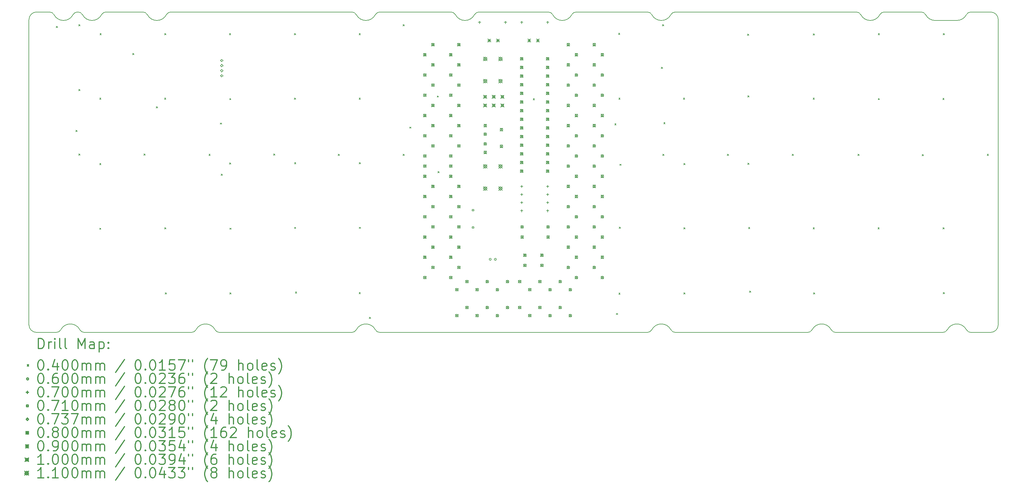
<source format=gbr>
%FSLAX45Y45*%
G04 Gerber Fmt 4.5, Leading zero omitted, Abs format (unit mm)*
G04 Created by KiCad (PCBNEW (5.1.10)-1) date 2021-12-08 21:59:14*
%MOMM*%
%LPD*%
G01*
G04 APERTURE LIST*
%TA.AperFunction,Profile*%
%ADD10C,0.200000*%
%TD*%
%ADD11C,0.200000*%
%ADD12C,0.300000*%
G04 APERTURE END LIST*
D10*
X28260000Y-5779375D02*
X27622500Y-5779375D01*
X28539307Y-5610020D02*
G75*
G02*
X28672310Y-5529375I133003J-69355D01*
G01*
X28539307Y-5610020D02*
G75*
G02*
X28260000Y-5779375I-279307J145645D01*
G01*
X27622500Y-5779375D02*
G75*
G02*
X27343193Y-5610020I0J315000D01*
G01*
X27210189Y-5529375D02*
G75*
G02*
X27343193Y-5610020I0J-150000D01*
G01*
X25305189Y-5529375D02*
X19992311Y-5529375D01*
X19167689Y-5529375D02*
X17081061Y-5529375D01*
X13398939Y-5529375D02*
X11312311Y-5529375D01*
X10487689Y-5529375D02*
X5174811Y-5529375D01*
X19859307Y-5610020D02*
G75*
G02*
X19992311Y-5529375I133003J-69355D01*
G01*
X19859307Y-5610020D02*
G75*
G02*
X19300693Y-5610020I-279307J145645D01*
G01*
X19167689Y-5529375D02*
G75*
G02*
X19300693Y-5610020I0J-150000D01*
G01*
X11179307Y-5610020D02*
G75*
G02*
X11312311Y-5529375I133003J-69355D01*
G01*
X11179307Y-5610020D02*
G75*
G02*
X10620693Y-5610020I-279307J145645D01*
G01*
X10487689Y-5529375D02*
G75*
G02*
X10620693Y-5610020I0J-150000D01*
G01*
X6604000Y-14949375D02*
X10487690Y-14949375D01*
X11312311Y-14949375D02*
X19167690Y-14949375D01*
X19992311Y-14949375D02*
X23876439Y-14949375D01*
X24701061Y-14949375D02*
X27847689Y-14949375D01*
X28672311Y-14949375D02*
X29250000Y-14949375D01*
X27980693Y-14868730D02*
G75*
G02*
X27847689Y-14949375I-133003J69355D01*
G01*
X27980693Y-14868730D02*
G75*
G02*
X28539307Y-14868730I279307J-145645D01*
G01*
X28672311Y-14949375D02*
G75*
G02*
X28539307Y-14868730I0J150000D01*
G01*
X19300693Y-14868730D02*
G75*
G02*
X19167690Y-14949375I-133003J69355D01*
G01*
X19300693Y-14868730D02*
G75*
G02*
X19859307Y-14868730I279307J-145645D01*
G01*
X19992311Y-14949375D02*
G75*
G02*
X19859307Y-14868730I0J150000D01*
G01*
X10620693Y-14868730D02*
G75*
G02*
X10487690Y-14949375I-133003J69355D01*
G01*
X10620693Y-14868730D02*
G75*
G02*
X11179307Y-14868730I279307J-145645D01*
G01*
X11312311Y-14949375D02*
G75*
G02*
X11179307Y-14868730I0J150000D01*
G01*
X2632311Y-14949375D02*
X5778939Y-14949375D01*
X1807689Y-14949375D02*
X1230000Y-14949375D01*
X1940693Y-14868730D02*
G75*
G02*
X1807689Y-14949375I-133003J69355D01*
G01*
X1940693Y-14868730D02*
G75*
G02*
X2499307Y-14868730I279307J-145645D01*
G01*
X2632311Y-14949375D02*
G75*
G02*
X2499307Y-14868730I0J150000D01*
G01*
X2445189Y-5529375D02*
X2432311Y-5529375D01*
X2299307Y-5610020D02*
G75*
G02*
X1740693Y-5610020I-279307J145645D01*
G01*
X1607689Y-5529375D02*
G75*
G02*
X1740693Y-5610020I0J-150000D01*
G01*
X2299307Y-5610020D02*
G75*
G02*
X2432311Y-5529375I133003J-69355D01*
G01*
X1607689Y-5529375D02*
X1230000Y-5529375D01*
X29250000Y-5529375D02*
X28672310Y-5529375D01*
X4350189Y-5529375D02*
X3269811Y-5529375D01*
X4350189Y-5529375D02*
G75*
G02*
X4483193Y-5610020I0J-150000D01*
G01*
X5041807Y-5610020D02*
G75*
G02*
X4483193Y-5610020I-279307J145645D01*
G01*
X5041807Y-5610020D02*
G75*
G02*
X5174811Y-5529375I133003J-69355D01*
G01*
X25996807Y-5610020D02*
G75*
G02*
X25438193Y-5610020I-279307J145645D01*
G01*
X16948057Y-5610020D02*
G75*
G02*
X16389443Y-5610020I-279307J145645D01*
G01*
X16256439Y-5529375D02*
X14223561Y-5529375D01*
X1005000Y-14724375D02*
X1005000Y-5754375D01*
X16948057Y-5610020D02*
G75*
G02*
X17081061Y-5529375I133003J-69355D01*
G01*
X27210189Y-5529375D02*
X26129811Y-5529375D01*
X3136807Y-5610020D02*
G75*
G02*
X3269811Y-5529375I133003J-69355D01*
G01*
X25996807Y-5610020D02*
G75*
G02*
X26129811Y-5529375I133003J-69355D01*
G01*
X1230000Y-14949375D02*
G75*
G02*
X1005000Y-14724375I0J225000D01*
G01*
X13398939Y-5529375D02*
G75*
G02*
X13531943Y-5610020I0J-150000D01*
G01*
X29475000Y-14724375D02*
G75*
G02*
X29250000Y-14949375I-225000J0D01*
G01*
X14090557Y-5610020D02*
G75*
G02*
X13531943Y-5610020I-279307J145645D01*
G01*
X5911943Y-14868730D02*
G75*
G02*
X5778939Y-14949375I-133003J69355D01*
G01*
X6603561Y-14949375D02*
G75*
G02*
X6470557Y-14868730I0J150000D01*
G01*
X5911943Y-14868730D02*
G75*
G02*
X6470557Y-14868730I279307J-145645D01*
G01*
X24009443Y-14868730D02*
G75*
G02*
X24568057Y-14868730I279307J-145645D01*
G01*
X16256439Y-5529375D02*
G75*
G02*
X16389443Y-5610020I0J-150000D01*
G01*
X29250000Y-5529375D02*
G75*
G02*
X29475000Y-5754375I0J-225000D01*
G01*
X24701061Y-14949375D02*
G75*
G02*
X24568057Y-14868730I0J150000D01*
G01*
X3136807Y-5610020D02*
G75*
G02*
X2578193Y-5610020I-279307J145645D01*
G01*
X25305189Y-5529375D02*
G75*
G02*
X25438193Y-5610020I0J-150000D01*
G01*
X1005000Y-5754375D02*
G75*
G02*
X1230000Y-5529375I225000J0D01*
G01*
X2445189Y-5529375D02*
G75*
G02*
X2578193Y-5610020I0J-150000D01*
G01*
X14090557Y-5610020D02*
G75*
G02*
X14223561Y-5529375I133003J-69355D01*
G01*
X29475000Y-14724375D02*
X29475000Y-5754375D01*
X24009443Y-14868730D02*
G75*
G02*
X23876439Y-14949375I-133003J69355D01*
G01*
D11*
X1808800Y-5949000D02*
X1848800Y-5989000D01*
X1848800Y-5949000D02*
X1808800Y-5989000D01*
X2385063Y-9004938D02*
X2425063Y-9044938D01*
X2425063Y-9004938D02*
X2385063Y-9044938D01*
X2469202Y-7806382D02*
X2509202Y-7846382D01*
X2509202Y-7806382D02*
X2469202Y-7846382D01*
X2470000Y-5900000D02*
X2510000Y-5940000D01*
X2510000Y-5900000D02*
X2470000Y-5940000D01*
X2470000Y-9700000D02*
X2510000Y-9740000D01*
X2510000Y-9700000D02*
X2470000Y-9740000D01*
X3080000Y-9980000D02*
X3120000Y-10020000D01*
X3120000Y-9980000D02*
X3080000Y-10020000D01*
X3080000Y-11880000D02*
X3120000Y-11920000D01*
X3120000Y-11880000D02*
X3080000Y-11920000D01*
X3081503Y-8060382D02*
X3121503Y-8100382D01*
X3121503Y-8060382D02*
X3081503Y-8100382D01*
X3090000Y-6160000D02*
X3130000Y-6200000D01*
X3130000Y-6160000D02*
X3090000Y-6200000D01*
X4051937Y-6742750D02*
X4091937Y-6782750D01*
X4091937Y-6742750D02*
X4051937Y-6782750D01*
X4380000Y-9700000D02*
X4420000Y-9740000D01*
X4420000Y-9700000D02*
X4380000Y-9740000D01*
X4742500Y-8314375D02*
X4782500Y-8354375D01*
X4782500Y-8314375D02*
X4742500Y-8354375D01*
X4986505Y-8060382D02*
X5026505Y-8100382D01*
X5026505Y-8060382D02*
X4986505Y-8100382D01*
X4989615Y-11870385D02*
X5029615Y-11910385D01*
X5029615Y-11870385D02*
X4989615Y-11910385D01*
X4990000Y-6160000D02*
X5030000Y-6200000D01*
X5030000Y-6160000D02*
X4990000Y-6200000D01*
X5005000Y-13780000D02*
X5045000Y-13820000D01*
X5045000Y-13780000D02*
X5005000Y-13820000D01*
X6290000Y-9710000D02*
X6330000Y-9750000D01*
X6330000Y-9710000D02*
X6290000Y-9750000D01*
X6623687Y-8790625D02*
X6663687Y-8830625D01*
X6663687Y-8790625D02*
X6623687Y-8830625D01*
X6647500Y-10290813D02*
X6687500Y-10330813D01*
X6687500Y-10290813D02*
X6647500Y-10330813D01*
X6890000Y-6160000D02*
X6930000Y-6200000D01*
X6930000Y-6160000D02*
X6890000Y-6200000D01*
X6894616Y-9965384D02*
X6934616Y-10005384D01*
X6934616Y-9965384D02*
X6894616Y-10005384D01*
X6900000Y-8070000D02*
X6940000Y-8110000D01*
X6940000Y-8070000D02*
X6900000Y-8110000D01*
X6905000Y-11880000D02*
X6945000Y-11920000D01*
X6945000Y-11880000D02*
X6905000Y-11920000D01*
X6905000Y-13780000D02*
X6945000Y-13820000D01*
X6945000Y-13780000D02*
X6905000Y-13820000D01*
X8190000Y-9700000D02*
X8230000Y-9740000D01*
X8230000Y-9700000D02*
X8190000Y-9740000D01*
X8800000Y-6160000D02*
X8840000Y-6200000D01*
X8840000Y-6160000D02*
X8800000Y-6200000D01*
X8800000Y-8060000D02*
X8840000Y-8100000D01*
X8840000Y-8060000D02*
X8800000Y-8100000D01*
X8805000Y-9955000D02*
X8845000Y-9995000D01*
X8845000Y-9955000D02*
X8805000Y-9995000D01*
X8805000Y-11855000D02*
X8845000Y-11895000D01*
X8845000Y-11855000D02*
X8805000Y-11895000D01*
X8830000Y-13755000D02*
X8870000Y-13795000D01*
X8870000Y-13755000D02*
X8830000Y-13795000D01*
X10090000Y-9710000D02*
X10130000Y-9750000D01*
X10130000Y-9710000D02*
X10090000Y-9750000D01*
X10700000Y-6160000D02*
X10740000Y-6200000D01*
X10740000Y-6160000D02*
X10700000Y-6200000D01*
X10700000Y-8060000D02*
X10740000Y-8100000D01*
X10740000Y-8060000D02*
X10700000Y-8100000D01*
X10701510Y-13775387D02*
X10741510Y-13815387D01*
X10741510Y-13775387D02*
X10701510Y-13815387D01*
X10705000Y-9955000D02*
X10745000Y-9995000D01*
X10745000Y-9955000D02*
X10705000Y-9995000D01*
X10705000Y-11855000D02*
X10745000Y-11895000D01*
X10745000Y-11855000D02*
X10705000Y-11895000D01*
X11000000Y-14500000D02*
X11040000Y-14540000D01*
X11040000Y-14500000D02*
X11000000Y-14540000D01*
X11990000Y-5900000D02*
X12030000Y-5940000D01*
X12030000Y-5900000D02*
X11990000Y-5940000D01*
X11990000Y-9710000D02*
X12030000Y-9750000D01*
X12030000Y-9710000D02*
X11990000Y-9750000D01*
X12183916Y-8909695D02*
X12223916Y-8949695D01*
X12223916Y-8909695D02*
X12183916Y-8949695D01*
X12995000Y-7995000D02*
X13035000Y-8035000D01*
X13035000Y-7995000D02*
X12995000Y-8035000D01*
X13017355Y-10219384D02*
X13057355Y-10259384D01*
X13057355Y-10219384D02*
X13017355Y-10259384D01*
X15815326Y-8076257D02*
X15855326Y-8116257D01*
X15855326Y-8076257D02*
X15815326Y-8116257D01*
X18210000Y-8810000D02*
X18250000Y-8850000D01*
X18250000Y-8810000D02*
X18210000Y-8850000D01*
X18256109Y-14386575D02*
X18296109Y-14426575D01*
X18296109Y-14386575D02*
X18256109Y-14426575D01*
X18321516Y-6155380D02*
X18361516Y-6195380D01*
X18361516Y-6155380D02*
X18321516Y-6195380D01*
X18330000Y-8060000D02*
X18370000Y-8100000D01*
X18370000Y-8060000D02*
X18330000Y-8100000D01*
X18330000Y-13790000D02*
X18370000Y-13830000D01*
X18370000Y-13790000D02*
X18330000Y-13830000D01*
X18340000Y-11850000D02*
X18380000Y-11890000D01*
X18380000Y-11850000D02*
X18340000Y-11890000D01*
X18360000Y-10000000D02*
X18400000Y-10040000D01*
X18400000Y-10000000D02*
X18360000Y-10040000D01*
X19580000Y-7152501D02*
X19620000Y-7192501D01*
X19620000Y-7152501D02*
X19580000Y-7192501D01*
X19614216Y-5901380D02*
X19654216Y-5941380D01*
X19654216Y-5901380D02*
X19614216Y-5941380D01*
X19620000Y-9710000D02*
X19660000Y-9750000D01*
X19660000Y-9710000D02*
X19620000Y-9750000D01*
X19650000Y-8780000D02*
X19690000Y-8820000D01*
X19690000Y-8780000D02*
X19650000Y-8820000D01*
X20226518Y-8060382D02*
X20266518Y-8100382D01*
X20266518Y-8060382D02*
X20226518Y-8100382D01*
X20240000Y-9980000D02*
X20280000Y-10020000D01*
X20280000Y-9980000D02*
X20240000Y-10020000D01*
X20240000Y-11870000D02*
X20280000Y-11910000D01*
X20280000Y-11870000D02*
X20240000Y-11910000D01*
X20240000Y-13780000D02*
X20280000Y-13820000D01*
X20280000Y-13780000D02*
X20240000Y-13820000D01*
X21520000Y-9710000D02*
X21560000Y-9750000D01*
X21560000Y-9710000D02*
X21520000Y-9750000D01*
X22110000Y-6180000D02*
X22150000Y-6220000D01*
X22150000Y-6180000D02*
X22110000Y-6220000D01*
X22120000Y-7990000D02*
X22160000Y-8030000D01*
X22160000Y-7990000D02*
X22120000Y-8030000D01*
X22120000Y-9970000D02*
X22160000Y-10010000D01*
X22160000Y-9970000D02*
X22120000Y-10010000D01*
X22140000Y-11860000D02*
X22180000Y-11900000D01*
X22180000Y-11860000D02*
X22140000Y-11900000D01*
X22170000Y-13730000D02*
X22210000Y-13770000D01*
X22210000Y-13730000D02*
X22170000Y-13770000D01*
X23420000Y-9710000D02*
X23460000Y-9750000D01*
X23460000Y-9710000D02*
X23420000Y-9750000D01*
X24036521Y-8060382D02*
X24076521Y-8100382D01*
X24076521Y-8060382D02*
X24036521Y-8100382D01*
X24036521Y-11870385D02*
X24076521Y-11910385D01*
X24076521Y-11870385D02*
X24036521Y-11910385D01*
X24040000Y-6170000D02*
X24080000Y-6210000D01*
X24080000Y-6170000D02*
X24040000Y-6210000D01*
X24050000Y-13780000D02*
X24090000Y-13820000D01*
X24090000Y-13780000D02*
X24050000Y-13820000D01*
X25350000Y-9710000D02*
X25390000Y-9750000D01*
X25390000Y-9710000D02*
X25350000Y-9750000D01*
X25940000Y-11870000D02*
X25980000Y-11910000D01*
X25980000Y-11870000D02*
X25940000Y-11910000D01*
X25950000Y-6160000D02*
X25990000Y-6200000D01*
X25990000Y-6160000D02*
X25950000Y-6200000D01*
X25950000Y-8070000D02*
X25990000Y-8110000D01*
X25990000Y-8070000D02*
X25950000Y-8110000D01*
X27240000Y-9720000D02*
X27280000Y-9760000D01*
X27280000Y-9720000D02*
X27240000Y-9760000D01*
X27846524Y-8063476D02*
X27886524Y-8103476D01*
X27886524Y-8063476D02*
X27846524Y-8103476D01*
X27850000Y-11870000D02*
X27890000Y-11910000D01*
X27890000Y-11870000D02*
X27850000Y-11910000D01*
X27860000Y-6160000D02*
X27900000Y-6200000D01*
X27900000Y-6160000D02*
X27860000Y-6200000D01*
X27860000Y-13770000D02*
X27900000Y-13810000D01*
X27900000Y-13770000D02*
X27860000Y-13810000D01*
X29150000Y-9710000D02*
X29190000Y-9750000D01*
X29190000Y-9710000D02*
X29150000Y-9750000D01*
X14584231Y-12799229D02*
G75*
G03*
X14584231Y-12799229I-30000J0D01*
G01*
X14734231Y-12799229D02*
G75*
G03*
X14734231Y-12799229I-30000J0D01*
G01*
X14239888Y-5799067D02*
X14239888Y-5869067D01*
X14204888Y-5834067D02*
X14274888Y-5834067D01*
X15001888Y-5799067D02*
X15001888Y-5869067D01*
X14966888Y-5834067D02*
X15036888Y-5834067D01*
X15478138Y-5799067D02*
X15478138Y-5869067D01*
X15443138Y-5834067D02*
X15513138Y-5834067D01*
X15478138Y-10621103D02*
X15478138Y-10691103D01*
X15443138Y-10656103D02*
X15513138Y-10656103D01*
X15478138Y-10859228D02*
X15478138Y-10929228D01*
X15443138Y-10894228D02*
X15513138Y-10894228D01*
X15478138Y-11097353D02*
X15478138Y-11167353D01*
X15443138Y-11132353D02*
X15513138Y-11132353D01*
X15478138Y-11335478D02*
X15478138Y-11405478D01*
X15443138Y-11370478D02*
X15513138Y-11370478D01*
X16240138Y-5799067D02*
X16240138Y-5869067D01*
X16205138Y-5834067D02*
X16275138Y-5834067D01*
X16240138Y-10621103D02*
X16240138Y-10691103D01*
X16205138Y-10656103D02*
X16275138Y-10656103D01*
X16240138Y-10859228D02*
X16240138Y-10929228D01*
X16205138Y-10894228D02*
X16275138Y-10894228D01*
X16240138Y-11097353D02*
X16240138Y-11167353D01*
X16205138Y-11132353D02*
X16275138Y-11132353D01*
X16240138Y-11335478D02*
X16240138Y-11405478D01*
X16205138Y-11370478D02*
X16275138Y-11370478D01*
X14074489Y-11379706D02*
X14074489Y-11329501D01*
X14024284Y-11329501D01*
X14024284Y-11379706D01*
X14074489Y-11379706D01*
X14074489Y-11887706D02*
X14074489Y-11837501D01*
X14024284Y-11837501D01*
X14024284Y-11887706D01*
X14074489Y-11887706D01*
X6667500Y-6992517D02*
X6704330Y-6955687D01*
X6667500Y-6918857D01*
X6630670Y-6955687D01*
X6667500Y-6992517D01*
X6667500Y-7142517D02*
X6704330Y-7105687D01*
X6667500Y-7068857D01*
X6630670Y-7105687D01*
X6667500Y-7142517D01*
X6667500Y-7292518D02*
X6704330Y-7255688D01*
X6667500Y-7218858D01*
X6630670Y-7255688D01*
X6667500Y-7292518D01*
X6667500Y-7442517D02*
X6704330Y-7405687D01*
X6667500Y-7368857D01*
X6630670Y-7405687D01*
X6667500Y-7442517D01*
X12592542Y-6746568D02*
X12672542Y-6826568D01*
X12672542Y-6746568D02*
X12592542Y-6826568D01*
X12672542Y-6786568D02*
G75*
G03*
X12672542Y-6786568I-40000J0D01*
G01*
X12592542Y-7341881D02*
X12672542Y-7421881D01*
X12672542Y-7341881D02*
X12592542Y-7421881D01*
X12672542Y-7381881D02*
G75*
G03*
X12672542Y-7381881I-40000J0D01*
G01*
X12592542Y-7937194D02*
X12672542Y-8017194D01*
X12672542Y-7937194D02*
X12592542Y-8017194D01*
X12672542Y-7977194D02*
G75*
G03*
X12672542Y-7977194I-40000J0D01*
G01*
X12592542Y-8532507D02*
X12672542Y-8612507D01*
X12672542Y-8532507D02*
X12592542Y-8612507D01*
X12672542Y-8572507D02*
G75*
G03*
X12672542Y-8572507I-40000J0D01*
G01*
X12592542Y-9127820D02*
X12672542Y-9207820D01*
X12672542Y-9127820D02*
X12592542Y-9207820D01*
X12672542Y-9167820D02*
G75*
G03*
X12672542Y-9167820I-40000J0D01*
G01*
X12592542Y-9723133D02*
X12672542Y-9803133D01*
X12672542Y-9723133D02*
X12592542Y-9803133D01*
X12672542Y-9763133D02*
G75*
G03*
X12672542Y-9763133I-40000J0D01*
G01*
X12592542Y-10020790D02*
X12672542Y-10100790D01*
X12672542Y-10020790D02*
X12592542Y-10100790D01*
X12672542Y-10060790D02*
G75*
G03*
X12672542Y-10060790I-40000J0D01*
G01*
X12592542Y-10318446D02*
X12672542Y-10398446D01*
X12672542Y-10318446D02*
X12592542Y-10398446D01*
X12672542Y-10358446D02*
G75*
G03*
X12672542Y-10358446I-40000J0D01*
G01*
X12592542Y-10913759D02*
X12672542Y-10993759D01*
X12672542Y-10913759D02*
X12592542Y-10993759D01*
X12672542Y-10953759D02*
G75*
G03*
X12672542Y-10953759I-40000J0D01*
G01*
X12592542Y-11509072D02*
X12672542Y-11589072D01*
X12672542Y-11509072D02*
X12592542Y-11589072D01*
X12672542Y-11549072D02*
G75*
G03*
X12672542Y-11549072I-40000J0D01*
G01*
X12592542Y-12104385D02*
X12672542Y-12184385D01*
X12672542Y-12104385D02*
X12592542Y-12184385D01*
X12672542Y-12144385D02*
G75*
G03*
X12672542Y-12144385I-40000J0D01*
G01*
X12592542Y-12699698D02*
X12672542Y-12779698D01*
X12672542Y-12699698D02*
X12592542Y-12779698D01*
X12672542Y-12739698D02*
G75*
G03*
X12672542Y-12739698I-40000J0D01*
G01*
X12592542Y-13295011D02*
X12672542Y-13375011D01*
X12672542Y-13295011D02*
X12592542Y-13375011D01*
X12672542Y-13335011D02*
G75*
G03*
X12672542Y-13335011I-40000J0D01*
G01*
X12830668Y-6448912D02*
X12910668Y-6528912D01*
X12910668Y-6448912D02*
X12830668Y-6528912D01*
X12910668Y-6488912D02*
G75*
G03*
X12910668Y-6488912I-40000J0D01*
G01*
X12830668Y-7044225D02*
X12910668Y-7124225D01*
X12910668Y-7044225D02*
X12830668Y-7124225D01*
X12910668Y-7084225D02*
G75*
G03*
X12910668Y-7084225I-40000J0D01*
G01*
X12830668Y-7639538D02*
X12910668Y-7719538D01*
X12910668Y-7639538D02*
X12830668Y-7719538D01*
X12910668Y-7679538D02*
G75*
G03*
X12910668Y-7679538I-40000J0D01*
G01*
X12830668Y-8234851D02*
X12910668Y-8314851D01*
X12910668Y-8234851D02*
X12830668Y-8314851D01*
X12910668Y-8274851D02*
G75*
G03*
X12910668Y-8274851I-40000J0D01*
G01*
X12830668Y-8830164D02*
X12910668Y-8910164D01*
X12910668Y-8830164D02*
X12830668Y-8910164D01*
X12910668Y-8870164D02*
G75*
G03*
X12910668Y-8870164I-40000J0D01*
G01*
X12830668Y-9425477D02*
X12910668Y-9505477D01*
X12910668Y-9425477D02*
X12830668Y-9505477D01*
X12910668Y-9465477D02*
G75*
G03*
X12910668Y-9465477I-40000J0D01*
G01*
X12830668Y-10616103D02*
X12910668Y-10696103D01*
X12910668Y-10616103D02*
X12830668Y-10696103D01*
X12910668Y-10656103D02*
G75*
G03*
X12910668Y-10656103I-40000J0D01*
G01*
X12830668Y-11211416D02*
X12910668Y-11291416D01*
X12910668Y-11211416D02*
X12830668Y-11291416D01*
X12910668Y-11251416D02*
G75*
G03*
X12910668Y-11251416I-40000J0D01*
G01*
X12830668Y-11806729D02*
X12910668Y-11886729D01*
X12910668Y-11806729D02*
X12830668Y-11886729D01*
X12910668Y-11846729D02*
G75*
G03*
X12910668Y-11846729I-40000J0D01*
G01*
X12830668Y-12402042D02*
X12910668Y-12482042D01*
X12910668Y-12402042D02*
X12830668Y-12482042D01*
X12910668Y-12442042D02*
G75*
G03*
X12910668Y-12442042I-40000J0D01*
G01*
X12830668Y-12997355D02*
X12910668Y-13077355D01*
X12910668Y-12997355D02*
X12830668Y-13077355D01*
X12910668Y-13037355D02*
G75*
G03*
X12910668Y-13037355I-40000J0D01*
G01*
X13354542Y-6746568D02*
X13434542Y-6826568D01*
X13434542Y-6746568D02*
X13354542Y-6826568D01*
X13434542Y-6786568D02*
G75*
G03*
X13434542Y-6786568I-40000J0D01*
G01*
X13354542Y-7341881D02*
X13434542Y-7421881D01*
X13434542Y-7341881D02*
X13354542Y-7421881D01*
X13434542Y-7381881D02*
G75*
G03*
X13434542Y-7381881I-40000J0D01*
G01*
X13354542Y-7937194D02*
X13434542Y-8017194D01*
X13434542Y-7937194D02*
X13354542Y-8017194D01*
X13434542Y-7977194D02*
G75*
G03*
X13434542Y-7977194I-40000J0D01*
G01*
X13354542Y-8532507D02*
X13434542Y-8612507D01*
X13434542Y-8532507D02*
X13354542Y-8612507D01*
X13434542Y-8572507D02*
G75*
G03*
X13434542Y-8572507I-40000J0D01*
G01*
X13354542Y-9127820D02*
X13434542Y-9207820D01*
X13434542Y-9127820D02*
X13354542Y-9207820D01*
X13434542Y-9167820D02*
G75*
G03*
X13434542Y-9167820I-40000J0D01*
G01*
X13354542Y-9723133D02*
X13434542Y-9803133D01*
X13434542Y-9723133D02*
X13354542Y-9803133D01*
X13434542Y-9763133D02*
G75*
G03*
X13434542Y-9763133I-40000J0D01*
G01*
X13354542Y-10020790D02*
X13434542Y-10100790D01*
X13434542Y-10020790D02*
X13354542Y-10100790D01*
X13434542Y-10060790D02*
G75*
G03*
X13434542Y-10060790I-40000J0D01*
G01*
X13354542Y-10318446D02*
X13434542Y-10398446D01*
X13434542Y-10318446D02*
X13354542Y-10398446D01*
X13434542Y-10358446D02*
G75*
G03*
X13434542Y-10358446I-40000J0D01*
G01*
X13354542Y-10913759D02*
X13434542Y-10993759D01*
X13434542Y-10913759D02*
X13354542Y-10993759D01*
X13434542Y-10953759D02*
G75*
G03*
X13434542Y-10953759I-40000J0D01*
G01*
X13354542Y-11509072D02*
X13434542Y-11589072D01*
X13434542Y-11509072D02*
X13354542Y-11589072D01*
X13434542Y-11549072D02*
G75*
G03*
X13434542Y-11549072I-40000J0D01*
G01*
X13354542Y-12104385D02*
X13434542Y-12184385D01*
X13434542Y-12104385D02*
X13354542Y-12184385D01*
X13434542Y-12144385D02*
G75*
G03*
X13434542Y-12144385I-40000J0D01*
G01*
X13354542Y-12699698D02*
X13434542Y-12779698D01*
X13434542Y-12699698D02*
X13354542Y-12779698D01*
X13434542Y-12739698D02*
G75*
G03*
X13434542Y-12739698I-40000J0D01*
G01*
X13354542Y-13295011D02*
X13434542Y-13375011D01*
X13434542Y-13295011D02*
X13354542Y-13375011D01*
X13434542Y-13335011D02*
G75*
G03*
X13434542Y-13335011I-40000J0D01*
G01*
X13533136Y-13652199D02*
X13613136Y-13732199D01*
X13613136Y-13652199D02*
X13533136Y-13732199D01*
X13613136Y-13692199D02*
G75*
G03*
X13613136Y-13692199I-40000J0D01*
G01*
X13533136Y-14414199D02*
X13613136Y-14494199D01*
X13613136Y-14414199D02*
X13533136Y-14494199D01*
X13613136Y-14454199D02*
G75*
G03*
X13613136Y-14454199I-40000J0D01*
G01*
X13592668Y-6448912D02*
X13672668Y-6528912D01*
X13672668Y-6448912D02*
X13592668Y-6528912D01*
X13672668Y-6488912D02*
G75*
G03*
X13672668Y-6488912I-40000J0D01*
G01*
X13592668Y-7044225D02*
X13672668Y-7124225D01*
X13672668Y-7044225D02*
X13592668Y-7124225D01*
X13672668Y-7084225D02*
G75*
G03*
X13672668Y-7084225I-40000J0D01*
G01*
X13592668Y-7639538D02*
X13672668Y-7719538D01*
X13672668Y-7639538D02*
X13592668Y-7719538D01*
X13672668Y-7679538D02*
G75*
G03*
X13672668Y-7679538I-40000J0D01*
G01*
X13592668Y-8234851D02*
X13672668Y-8314851D01*
X13672668Y-8234851D02*
X13592668Y-8314851D01*
X13672668Y-8274851D02*
G75*
G03*
X13672668Y-8274851I-40000J0D01*
G01*
X13592668Y-8830164D02*
X13672668Y-8910164D01*
X13672668Y-8830164D02*
X13592668Y-8910164D01*
X13672668Y-8870164D02*
G75*
G03*
X13672668Y-8870164I-40000J0D01*
G01*
X13592668Y-9425477D02*
X13672668Y-9505477D01*
X13672668Y-9425477D02*
X13592668Y-9505477D01*
X13672668Y-9465477D02*
G75*
G03*
X13672668Y-9465477I-40000J0D01*
G01*
X13592668Y-10616103D02*
X13672668Y-10696103D01*
X13672668Y-10616103D02*
X13592668Y-10696103D01*
X13672668Y-10656103D02*
G75*
G03*
X13672668Y-10656103I-40000J0D01*
G01*
X13592668Y-11211416D02*
X13672668Y-11291416D01*
X13672668Y-11211416D02*
X13592668Y-11291416D01*
X13672668Y-11251416D02*
G75*
G03*
X13672668Y-11251416I-40000J0D01*
G01*
X13592668Y-11806729D02*
X13672668Y-11886729D01*
X13672668Y-11806729D02*
X13592668Y-11886729D01*
X13672668Y-11846729D02*
G75*
G03*
X13672668Y-11846729I-40000J0D01*
G01*
X13592668Y-12402042D02*
X13672668Y-12482042D01*
X13672668Y-12402042D02*
X13592668Y-12482042D01*
X13672668Y-12442042D02*
G75*
G03*
X13672668Y-12442042I-40000J0D01*
G01*
X13592668Y-12997355D02*
X13672668Y-13077355D01*
X13672668Y-12997355D02*
X13592668Y-13077355D01*
X13672668Y-13037355D02*
G75*
G03*
X13672668Y-13037355I-40000J0D01*
G01*
X13830793Y-13414074D02*
X13910793Y-13494074D01*
X13910793Y-13414074D02*
X13830793Y-13494074D01*
X13910793Y-13454074D02*
G75*
G03*
X13910793Y-13454074I-40000J0D01*
G01*
X13830793Y-14176074D02*
X13910793Y-14256074D01*
X13910793Y-14176074D02*
X13830793Y-14256074D01*
X13910793Y-14216074D02*
G75*
G03*
X13910793Y-14216074I-40000J0D01*
G01*
X14128449Y-13652199D02*
X14208449Y-13732199D01*
X14208449Y-13652199D02*
X14128449Y-13732199D01*
X14208449Y-13692199D02*
G75*
G03*
X14208449Y-13692199I-40000J0D01*
G01*
X14128449Y-14414199D02*
X14208449Y-14494199D01*
X14208449Y-14414199D02*
X14128449Y-14494199D01*
X14208449Y-14454199D02*
G75*
G03*
X14208449Y-14454199I-40000J0D01*
G01*
X14366575Y-8830164D02*
X14446575Y-8910164D01*
X14446575Y-8830164D02*
X14366575Y-8910164D01*
X14446575Y-8870164D02*
G75*
G03*
X14446575Y-8870164I-40000J0D01*
G01*
X14366575Y-9080164D02*
X14446575Y-9160164D01*
X14446575Y-9080164D02*
X14366575Y-9160164D01*
X14446575Y-9120164D02*
G75*
G03*
X14446575Y-9120164I-40000J0D01*
G01*
X14366575Y-9365945D02*
X14446575Y-9445945D01*
X14446575Y-9365945D02*
X14366575Y-9445945D01*
X14446575Y-9405945D02*
G75*
G03*
X14446575Y-9405945I-40000J0D01*
G01*
X14366575Y-9615945D02*
X14446575Y-9695945D01*
X14446575Y-9615945D02*
X14366575Y-9695945D01*
X14446575Y-9655945D02*
G75*
G03*
X14446575Y-9655945I-40000J0D01*
G01*
X14426106Y-13414074D02*
X14506106Y-13494074D01*
X14506106Y-13414074D02*
X14426106Y-13494074D01*
X14506106Y-13454074D02*
G75*
G03*
X14506106Y-13454074I-40000J0D01*
G01*
X14426106Y-14176074D02*
X14506106Y-14256074D01*
X14506106Y-14176074D02*
X14426106Y-14256074D01*
X14506106Y-14216074D02*
G75*
G03*
X14506106Y-14216074I-40000J0D01*
G01*
X14723762Y-13652199D02*
X14803762Y-13732199D01*
X14803762Y-13652199D02*
X14723762Y-13732199D01*
X14803762Y-13692199D02*
G75*
G03*
X14803762Y-13692199I-40000J0D01*
G01*
X14723762Y-14414199D02*
X14803762Y-14494199D01*
X14803762Y-14414199D02*
X14723762Y-14494199D01*
X14803762Y-14454199D02*
G75*
G03*
X14803762Y-14454199I-40000J0D01*
G01*
X14842825Y-8949226D02*
X14922825Y-9029226D01*
X14922825Y-8949226D02*
X14842825Y-9029226D01*
X14922825Y-8989226D02*
G75*
G03*
X14922825Y-8989226I-40000J0D01*
G01*
X14842825Y-9437226D02*
X14922825Y-9517226D01*
X14922825Y-9437226D02*
X14842825Y-9517226D01*
X14922825Y-9477226D02*
G75*
G03*
X14922825Y-9477226I-40000J0D01*
G01*
X15021419Y-13414074D02*
X15101419Y-13494074D01*
X15101419Y-13414074D02*
X15021419Y-13494074D01*
X15101419Y-13454074D02*
G75*
G03*
X15101419Y-13454074I-40000J0D01*
G01*
X15021419Y-14176074D02*
X15101419Y-14256074D01*
X15101419Y-14176074D02*
X15021419Y-14256074D01*
X15101419Y-14216074D02*
G75*
G03*
X15101419Y-14216074I-40000J0D01*
G01*
X15378607Y-13414074D02*
X15458607Y-13494074D01*
X15458607Y-13414074D02*
X15378607Y-13494074D01*
X15458607Y-13454074D02*
G75*
G03*
X15458607Y-13454074I-40000J0D01*
G01*
X15378607Y-14176074D02*
X15458607Y-14256074D01*
X15458607Y-14176074D02*
X15378607Y-14256074D01*
X15458607Y-14216074D02*
G75*
G03*
X15458607Y-14216074I-40000J0D01*
G01*
X15438138Y-6865631D02*
X15518138Y-6945631D01*
X15518138Y-6865631D02*
X15438138Y-6945631D01*
X15518138Y-6905631D02*
G75*
G03*
X15518138Y-6905631I-40000J0D01*
G01*
X15438138Y-7119631D02*
X15518138Y-7199631D01*
X15518138Y-7119631D02*
X15438138Y-7199631D01*
X15518138Y-7159631D02*
G75*
G03*
X15518138Y-7159631I-40000J0D01*
G01*
X15438138Y-7373631D02*
X15518138Y-7453631D01*
X15518138Y-7373631D02*
X15438138Y-7453631D01*
X15518138Y-7413631D02*
G75*
G03*
X15518138Y-7413631I-40000J0D01*
G01*
X15438138Y-7627631D02*
X15518138Y-7707631D01*
X15518138Y-7627631D02*
X15438138Y-7707631D01*
X15518138Y-7667631D02*
G75*
G03*
X15518138Y-7667631I-40000J0D01*
G01*
X15438138Y-7881631D02*
X15518138Y-7961631D01*
X15518138Y-7881631D02*
X15438138Y-7961631D01*
X15518138Y-7921631D02*
G75*
G03*
X15518138Y-7921631I-40000J0D01*
G01*
X15438138Y-8135631D02*
X15518138Y-8215631D01*
X15518138Y-8135631D02*
X15438138Y-8215631D01*
X15518138Y-8175631D02*
G75*
G03*
X15518138Y-8175631I-40000J0D01*
G01*
X15438138Y-8389631D02*
X15518138Y-8469631D01*
X15518138Y-8389631D02*
X15438138Y-8469631D01*
X15518138Y-8429631D02*
G75*
G03*
X15518138Y-8429631I-40000J0D01*
G01*
X15438138Y-8643631D02*
X15518138Y-8723631D01*
X15518138Y-8643631D02*
X15438138Y-8723631D01*
X15518138Y-8683631D02*
G75*
G03*
X15518138Y-8683631I-40000J0D01*
G01*
X15438138Y-8897631D02*
X15518138Y-8977631D01*
X15518138Y-8897631D02*
X15438138Y-8977631D01*
X15518138Y-8937631D02*
G75*
G03*
X15518138Y-8937631I-40000J0D01*
G01*
X15438138Y-9151631D02*
X15518138Y-9231631D01*
X15518138Y-9151631D02*
X15438138Y-9231631D01*
X15518138Y-9191631D02*
G75*
G03*
X15518138Y-9191631I-40000J0D01*
G01*
X15438138Y-9405631D02*
X15518138Y-9485631D01*
X15518138Y-9405631D02*
X15438138Y-9485631D01*
X15518138Y-9445631D02*
G75*
G03*
X15518138Y-9445631I-40000J0D01*
G01*
X15438138Y-9659631D02*
X15518138Y-9739631D01*
X15518138Y-9659631D02*
X15438138Y-9739631D01*
X15518138Y-9699631D02*
G75*
G03*
X15518138Y-9699631I-40000J0D01*
G01*
X15438138Y-9913631D02*
X15518138Y-9993631D01*
X15518138Y-9913631D02*
X15438138Y-9993631D01*
X15518138Y-9953631D02*
G75*
G03*
X15518138Y-9953631I-40000J0D01*
G01*
X15438138Y-10167631D02*
X15518138Y-10247631D01*
X15518138Y-10167631D02*
X15438138Y-10247631D01*
X15518138Y-10207631D02*
G75*
G03*
X15518138Y-10207631I-40000J0D01*
G01*
X15450045Y-11806729D02*
X15530045Y-11886729D01*
X15530045Y-11806729D02*
X15450045Y-11886729D01*
X15530045Y-11846729D02*
G75*
G03*
X15530045Y-11846729I-40000J0D01*
G01*
X15450045Y-12104385D02*
X15530045Y-12184385D01*
X15530045Y-12104385D02*
X15450045Y-12184385D01*
X15530045Y-12144385D02*
G75*
G03*
X15530045Y-12144385I-40000J0D01*
G01*
X15533451Y-12640167D02*
X15613451Y-12720167D01*
X15613451Y-12640167D02*
X15533451Y-12720167D01*
X15613451Y-12680167D02*
G75*
G03*
X15613451Y-12680167I-40000J0D01*
G01*
X15533451Y-12937823D02*
X15613451Y-13017823D01*
X15613451Y-12937823D02*
X15533451Y-13017823D01*
X15613451Y-12977823D02*
G75*
G03*
X15613451Y-12977823I-40000J0D01*
G01*
X15676263Y-13652199D02*
X15756263Y-13732199D01*
X15756263Y-13652199D02*
X15676263Y-13732199D01*
X15756263Y-13692199D02*
G75*
G03*
X15756263Y-13692199I-40000J0D01*
G01*
X15676263Y-14414199D02*
X15756263Y-14494199D01*
X15756263Y-14414199D02*
X15676263Y-14494199D01*
X15756263Y-14454199D02*
G75*
G03*
X15756263Y-14454199I-40000J0D01*
G01*
X15973920Y-13414074D02*
X16053920Y-13494074D01*
X16053920Y-13414074D02*
X15973920Y-13494074D01*
X16053920Y-13454074D02*
G75*
G03*
X16053920Y-13454074I-40000J0D01*
G01*
X15973920Y-14176074D02*
X16053920Y-14256074D01*
X16053920Y-14176074D02*
X15973920Y-14256074D01*
X16053920Y-14216074D02*
G75*
G03*
X16053920Y-14216074I-40000J0D01*
G01*
X16033451Y-12640167D02*
X16113451Y-12720167D01*
X16113451Y-12640167D02*
X16033451Y-12720167D01*
X16113451Y-12680167D02*
G75*
G03*
X16113451Y-12680167I-40000J0D01*
G01*
X16033451Y-12937823D02*
X16113451Y-13017823D01*
X16113451Y-12937823D02*
X16033451Y-13017823D01*
X16113451Y-12977823D02*
G75*
G03*
X16113451Y-12977823I-40000J0D01*
G01*
X16200138Y-6865631D02*
X16280138Y-6945631D01*
X16280138Y-6865631D02*
X16200138Y-6945631D01*
X16280138Y-6905631D02*
G75*
G03*
X16280138Y-6905631I-40000J0D01*
G01*
X16200138Y-7119631D02*
X16280138Y-7199631D01*
X16280138Y-7119631D02*
X16200138Y-7199631D01*
X16280138Y-7159631D02*
G75*
G03*
X16280138Y-7159631I-40000J0D01*
G01*
X16200138Y-7373631D02*
X16280138Y-7453631D01*
X16280138Y-7373631D02*
X16200138Y-7453631D01*
X16280138Y-7413631D02*
G75*
G03*
X16280138Y-7413631I-40000J0D01*
G01*
X16200138Y-7627631D02*
X16280138Y-7707631D01*
X16280138Y-7627631D02*
X16200138Y-7707631D01*
X16280138Y-7667631D02*
G75*
G03*
X16280138Y-7667631I-40000J0D01*
G01*
X16200138Y-7881631D02*
X16280138Y-7961631D01*
X16280138Y-7881631D02*
X16200138Y-7961631D01*
X16280138Y-7921631D02*
G75*
G03*
X16280138Y-7921631I-40000J0D01*
G01*
X16200138Y-8135631D02*
X16280138Y-8215631D01*
X16280138Y-8135631D02*
X16200138Y-8215631D01*
X16280138Y-8175631D02*
G75*
G03*
X16280138Y-8175631I-40000J0D01*
G01*
X16200138Y-8389631D02*
X16280138Y-8469631D01*
X16280138Y-8389631D02*
X16200138Y-8469631D01*
X16280138Y-8429631D02*
G75*
G03*
X16280138Y-8429631I-40000J0D01*
G01*
X16200138Y-8643631D02*
X16280138Y-8723631D01*
X16280138Y-8643631D02*
X16200138Y-8723631D01*
X16280138Y-8683631D02*
G75*
G03*
X16280138Y-8683631I-40000J0D01*
G01*
X16200138Y-8897631D02*
X16280138Y-8977631D01*
X16280138Y-8897631D02*
X16200138Y-8977631D01*
X16280138Y-8937631D02*
G75*
G03*
X16280138Y-8937631I-40000J0D01*
G01*
X16200138Y-9151631D02*
X16280138Y-9231631D01*
X16280138Y-9151631D02*
X16200138Y-9231631D01*
X16280138Y-9191631D02*
G75*
G03*
X16280138Y-9191631I-40000J0D01*
G01*
X16200138Y-9405631D02*
X16280138Y-9485631D01*
X16280138Y-9405631D02*
X16200138Y-9485631D01*
X16280138Y-9445631D02*
G75*
G03*
X16280138Y-9445631I-40000J0D01*
G01*
X16200138Y-9659631D02*
X16280138Y-9739631D01*
X16280138Y-9659631D02*
X16200138Y-9739631D01*
X16280138Y-9699631D02*
G75*
G03*
X16280138Y-9699631I-40000J0D01*
G01*
X16200138Y-9913631D02*
X16280138Y-9993631D01*
X16280138Y-9913631D02*
X16200138Y-9993631D01*
X16280138Y-9953631D02*
G75*
G03*
X16280138Y-9953631I-40000J0D01*
G01*
X16200138Y-10167631D02*
X16280138Y-10247631D01*
X16280138Y-10167631D02*
X16200138Y-10247631D01*
X16280138Y-10207631D02*
G75*
G03*
X16280138Y-10207631I-40000J0D01*
G01*
X16212045Y-11806729D02*
X16292045Y-11886729D01*
X16292045Y-11806729D02*
X16212045Y-11886729D01*
X16292045Y-11846729D02*
G75*
G03*
X16292045Y-11846729I-40000J0D01*
G01*
X16212045Y-12104385D02*
X16292045Y-12184385D01*
X16292045Y-12104385D02*
X16212045Y-12184385D01*
X16292045Y-12144385D02*
G75*
G03*
X16292045Y-12144385I-40000J0D01*
G01*
X16271576Y-13652199D02*
X16351576Y-13732199D01*
X16351576Y-13652199D02*
X16271576Y-13732199D01*
X16351576Y-13692199D02*
G75*
G03*
X16351576Y-13692199I-40000J0D01*
G01*
X16271576Y-14414199D02*
X16351576Y-14494199D01*
X16351576Y-14414199D02*
X16271576Y-14494199D01*
X16351576Y-14454199D02*
G75*
G03*
X16351576Y-14454199I-40000J0D01*
G01*
X16569233Y-13414074D02*
X16649233Y-13494074D01*
X16649233Y-13414074D02*
X16569233Y-13494074D01*
X16649233Y-13454074D02*
G75*
G03*
X16649233Y-13454074I-40000J0D01*
G01*
X16569233Y-14176074D02*
X16649233Y-14256074D01*
X16649233Y-14176074D02*
X16569233Y-14256074D01*
X16649233Y-14216074D02*
G75*
G03*
X16649233Y-14216074I-40000J0D01*
G01*
X16807358Y-6448912D02*
X16887358Y-6528912D01*
X16887358Y-6448912D02*
X16807358Y-6528912D01*
X16887358Y-6488912D02*
G75*
G03*
X16887358Y-6488912I-40000J0D01*
G01*
X16807358Y-7044225D02*
X16887358Y-7124225D01*
X16887358Y-7044225D02*
X16807358Y-7124225D01*
X16887358Y-7084225D02*
G75*
G03*
X16887358Y-7084225I-40000J0D01*
G01*
X16807358Y-7639538D02*
X16887358Y-7719538D01*
X16887358Y-7639538D02*
X16807358Y-7719538D01*
X16887358Y-7679538D02*
G75*
G03*
X16887358Y-7679538I-40000J0D01*
G01*
X16807358Y-8234851D02*
X16887358Y-8314851D01*
X16887358Y-8234851D02*
X16807358Y-8314851D01*
X16887358Y-8274851D02*
G75*
G03*
X16887358Y-8274851I-40000J0D01*
G01*
X16807358Y-8830164D02*
X16887358Y-8910164D01*
X16887358Y-8830164D02*
X16807358Y-8910164D01*
X16887358Y-8870164D02*
G75*
G03*
X16887358Y-8870164I-40000J0D01*
G01*
X16807358Y-9425477D02*
X16887358Y-9505477D01*
X16887358Y-9425477D02*
X16807358Y-9505477D01*
X16887358Y-9465477D02*
G75*
G03*
X16887358Y-9465477I-40000J0D01*
G01*
X16807358Y-10020790D02*
X16887358Y-10100790D01*
X16887358Y-10020790D02*
X16807358Y-10100790D01*
X16887358Y-10060790D02*
G75*
G03*
X16887358Y-10060790I-40000J0D01*
G01*
X16807358Y-10616103D02*
X16887358Y-10696103D01*
X16887358Y-10616103D02*
X16807358Y-10696103D01*
X16887358Y-10656103D02*
G75*
G03*
X16887358Y-10656103I-40000J0D01*
G01*
X16807358Y-11211416D02*
X16887358Y-11291416D01*
X16887358Y-11211416D02*
X16807358Y-11291416D01*
X16887358Y-11251416D02*
G75*
G03*
X16887358Y-11251416I-40000J0D01*
G01*
X16807358Y-11806729D02*
X16887358Y-11886729D01*
X16887358Y-11806729D02*
X16807358Y-11886729D01*
X16887358Y-11846729D02*
G75*
G03*
X16887358Y-11846729I-40000J0D01*
G01*
X16807358Y-12402042D02*
X16887358Y-12482042D01*
X16887358Y-12402042D02*
X16807358Y-12482042D01*
X16887358Y-12442042D02*
G75*
G03*
X16887358Y-12442042I-40000J0D01*
G01*
X16807358Y-12997355D02*
X16887358Y-13077355D01*
X16887358Y-12997355D02*
X16807358Y-13077355D01*
X16887358Y-13037355D02*
G75*
G03*
X16887358Y-13037355I-40000J0D01*
G01*
X16866889Y-13652199D02*
X16946889Y-13732199D01*
X16946889Y-13652199D02*
X16866889Y-13732199D01*
X16946889Y-13692199D02*
G75*
G03*
X16946889Y-13692199I-40000J0D01*
G01*
X16866889Y-14414199D02*
X16946889Y-14494199D01*
X16946889Y-14414199D02*
X16866889Y-14494199D01*
X16946889Y-14454199D02*
G75*
G03*
X16946889Y-14454199I-40000J0D01*
G01*
X17045483Y-6746568D02*
X17125483Y-6826568D01*
X17125483Y-6746568D02*
X17045483Y-6826568D01*
X17125483Y-6786568D02*
G75*
G03*
X17125483Y-6786568I-40000J0D01*
G01*
X17045483Y-7341881D02*
X17125483Y-7421881D01*
X17125483Y-7341881D02*
X17045483Y-7421881D01*
X17125483Y-7381881D02*
G75*
G03*
X17125483Y-7381881I-40000J0D01*
G01*
X17045483Y-7937194D02*
X17125483Y-8017194D01*
X17125483Y-7937194D02*
X17045483Y-8017194D01*
X17125483Y-7977194D02*
G75*
G03*
X17125483Y-7977194I-40000J0D01*
G01*
X17045483Y-8532507D02*
X17125483Y-8612507D01*
X17125483Y-8532507D02*
X17045483Y-8612507D01*
X17125483Y-8572507D02*
G75*
G03*
X17125483Y-8572507I-40000J0D01*
G01*
X17045483Y-9127820D02*
X17125483Y-9207820D01*
X17125483Y-9127820D02*
X17045483Y-9207820D01*
X17125483Y-9167820D02*
G75*
G03*
X17125483Y-9167820I-40000J0D01*
G01*
X17045483Y-9723133D02*
X17125483Y-9803133D01*
X17125483Y-9723133D02*
X17045483Y-9803133D01*
X17125483Y-9763133D02*
G75*
G03*
X17125483Y-9763133I-40000J0D01*
G01*
X17045483Y-10318446D02*
X17125483Y-10398446D01*
X17125483Y-10318446D02*
X17045483Y-10398446D01*
X17125483Y-10358446D02*
G75*
G03*
X17125483Y-10358446I-40000J0D01*
G01*
X17045483Y-10913759D02*
X17125483Y-10993759D01*
X17125483Y-10913759D02*
X17045483Y-10993759D01*
X17125483Y-10953759D02*
G75*
G03*
X17125483Y-10953759I-40000J0D01*
G01*
X17045483Y-11509072D02*
X17125483Y-11589072D01*
X17125483Y-11509072D02*
X17045483Y-11589072D01*
X17125483Y-11549072D02*
G75*
G03*
X17125483Y-11549072I-40000J0D01*
G01*
X17045483Y-12104385D02*
X17125483Y-12184385D01*
X17125483Y-12104385D02*
X17045483Y-12184385D01*
X17125483Y-12144385D02*
G75*
G03*
X17125483Y-12144385I-40000J0D01*
G01*
X17045483Y-12699698D02*
X17125483Y-12779698D01*
X17125483Y-12699698D02*
X17045483Y-12779698D01*
X17125483Y-12739698D02*
G75*
G03*
X17125483Y-12739698I-40000J0D01*
G01*
X17045483Y-13295011D02*
X17125483Y-13375011D01*
X17125483Y-13295011D02*
X17045483Y-13375011D01*
X17125483Y-13335011D02*
G75*
G03*
X17125483Y-13335011I-40000J0D01*
G01*
X17569358Y-6448912D02*
X17649358Y-6528912D01*
X17649358Y-6448912D02*
X17569358Y-6528912D01*
X17649358Y-6488912D02*
G75*
G03*
X17649358Y-6488912I-40000J0D01*
G01*
X17569358Y-7044225D02*
X17649358Y-7124225D01*
X17649358Y-7044225D02*
X17569358Y-7124225D01*
X17649358Y-7084225D02*
G75*
G03*
X17649358Y-7084225I-40000J0D01*
G01*
X17569358Y-7639538D02*
X17649358Y-7719538D01*
X17649358Y-7639538D02*
X17569358Y-7719538D01*
X17649358Y-7679538D02*
G75*
G03*
X17649358Y-7679538I-40000J0D01*
G01*
X17569358Y-8234851D02*
X17649358Y-8314851D01*
X17649358Y-8234851D02*
X17569358Y-8314851D01*
X17649358Y-8274851D02*
G75*
G03*
X17649358Y-8274851I-40000J0D01*
G01*
X17569358Y-8830164D02*
X17649358Y-8910164D01*
X17649358Y-8830164D02*
X17569358Y-8910164D01*
X17649358Y-8870164D02*
G75*
G03*
X17649358Y-8870164I-40000J0D01*
G01*
X17569358Y-9425477D02*
X17649358Y-9505477D01*
X17649358Y-9425477D02*
X17569358Y-9505477D01*
X17649358Y-9465477D02*
G75*
G03*
X17649358Y-9465477I-40000J0D01*
G01*
X17569358Y-10020790D02*
X17649358Y-10100790D01*
X17649358Y-10020790D02*
X17569358Y-10100790D01*
X17649358Y-10060790D02*
G75*
G03*
X17649358Y-10060790I-40000J0D01*
G01*
X17569358Y-10616103D02*
X17649358Y-10696103D01*
X17649358Y-10616103D02*
X17569358Y-10696103D01*
X17649358Y-10656103D02*
G75*
G03*
X17649358Y-10656103I-40000J0D01*
G01*
X17569358Y-11211416D02*
X17649358Y-11291416D01*
X17649358Y-11211416D02*
X17569358Y-11291416D01*
X17649358Y-11251416D02*
G75*
G03*
X17649358Y-11251416I-40000J0D01*
G01*
X17569358Y-11806729D02*
X17649358Y-11886729D01*
X17649358Y-11806729D02*
X17569358Y-11886729D01*
X17649358Y-11846729D02*
G75*
G03*
X17649358Y-11846729I-40000J0D01*
G01*
X17569358Y-12402042D02*
X17649358Y-12482042D01*
X17649358Y-12402042D02*
X17569358Y-12482042D01*
X17649358Y-12442042D02*
G75*
G03*
X17649358Y-12442042I-40000J0D01*
G01*
X17569358Y-12997355D02*
X17649358Y-13077355D01*
X17649358Y-12997355D02*
X17569358Y-13077355D01*
X17649358Y-13037355D02*
G75*
G03*
X17649358Y-13037355I-40000J0D01*
G01*
X17807483Y-6746568D02*
X17887483Y-6826568D01*
X17887483Y-6746568D02*
X17807483Y-6826568D01*
X17887483Y-6786568D02*
G75*
G03*
X17887483Y-6786568I-40000J0D01*
G01*
X17807483Y-7341881D02*
X17887483Y-7421881D01*
X17887483Y-7341881D02*
X17807483Y-7421881D01*
X17887483Y-7381881D02*
G75*
G03*
X17887483Y-7381881I-40000J0D01*
G01*
X17807483Y-7937194D02*
X17887483Y-8017194D01*
X17887483Y-7937194D02*
X17807483Y-8017194D01*
X17887483Y-7977194D02*
G75*
G03*
X17887483Y-7977194I-40000J0D01*
G01*
X17807483Y-8532507D02*
X17887483Y-8612507D01*
X17887483Y-8532507D02*
X17807483Y-8612507D01*
X17887483Y-8572507D02*
G75*
G03*
X17887483Y-8572507I-40000J0D01*
G01*
X17807483Y-9127820D02*
X17887483Y-9207820D01*
X17887483Y-9127820D02*
X17807483Y-9207820D01*
X17887483Y-9167820D02*
G75*
G03*
X17887483Y-9167820I-40000J0D01*
G01*
X17807483Y-9723133D02*
X17887483Y-9803133D01*
X17887483Y-9723133D02*
X17807483Y-9803133D01*
X17887483Y-9763133D02*
G75*
G03*
X17887483Y-9763133I-40000J0D01*
G01*
X17807483Y-10318446D02*
X17887483Y-10398446D01*
X17887483Y-10318446D02*
X17807483Y-10398446D01*
X17887483Y-10358446D02*
G75*
G03*
X17887483Y-10358446I-40000J0D01*
G01*
X17807483Y-10913759D02*
X17887483Y-10993759D01*
X17887483Y-10913759D02*
X17807483Y-10993759D01*
X17887483Y-10953759D02*
G75*
G03*
X17887483Y-10953759I-40000J0D01*
G01*
X17807483Y-11509072D02*
X17887483Y-11589072D01*
X17887483Y-11509072D02*
X17807483Y-11589072D01*
X17887483Y-11549072D02*
G75*
G03*
X17887483Y-11549072I-40000J0D01*
G01*
X17807483Y-12104385D02*
X17887483Y-12184385D01*
X17887483Y-12104385D02*
X17807483Y-12184385D01*
X17887483Y-12144385D02*
G75*
G03*
X17887483Y-12144385I-40000J0D01*
G01*
X17807483Y-12699698D02*
X17887483Y-12779698D01*
X17887483Y-12699698D02*
X17807483Y-12779698D01*
X17887483Y-12739698D02*
G75*
G03*
X17887483Y-12739698I-40000J0D01*
G01*
X17807483Y-13295011D02*
X17887483Y-13375011D01*
X17887483Y-13295011D02*
X17807483Y-13375011D01*
X17887483Y-13335011D02*
G75*
G03*
X17887483Y-13335011I-40000J0D01*
G01*
X14480637Y-6324849D02*
X14570637Y-6414849D01*
X14570637Y-6324849D02*
X14480637Y-6414849D01*
X14525637Y-6324849D02*
X14525637Y-6414849D01*
X14480637Y-6369849D02*
X14570637Y-6369849D01*
X14734637Y-6324849D02*
X14824637Y-6414849D01*
X14824637Y-6324849D02*
X14734637Y-6414849D01*
X14779637Y-6324849D02*
X14779637Y-6414849D01*
X14734637Y-6369849D02*
X14824637Y-6369849D01*
X15655388Y-6324849D02*
X15745388Y-6414849D01*
X15745388Y-6324849D02*
X15655388Y-6414849D01*
X15700388Y-6324849D02*
X15700388Y-6414849D01*
X15655388Y-6369849D02*
X15745388Y-6369849D01*
X15909388Y-6324849D02*
X15999388Y-6414849D01*
X15999388Y-6324849D02*
X15909388Y-6414849D01*
X15954388Y-6324849D02*
X15954388Y-6414849D01*
X15909388Y-6369849D02*
X15999388Y-6369849D01*
X14356575Y-7970851D02*
X14456575Y-8070851D01*
X14456575Y-7970851D02*
X14356575Y-8070851D01*
X14441930Y-8056206D02*
X14441930Y-7985495D01*
X14371219Y-7985495D01*
X14371219Y-8056206D01*
X14441930Y-8056206D01*
X14356575Y-8224851D02*
X14456575Y-8324851D01*
X14456575Y-8224851D02*
X14356575Y-8324851D01*
X14441930Y-8310206D02*
X14441930Y-8239495D01*
X14371219Y-8239495D01*
X14371219Y-8310206D01*
X14441930Y-8310206D01*
X14610575Y-7970851D02*
X14710575Y-8070851D01*
X14710575Y-7970851D02*
X14610575Y-8070851D01*
X14695930Y-8056206D02*
X14695930Y-7985495D01*
X14625219Y-7985495D01*
X14625219Y-8056206D01*
X14695930Y-8056206D01*
X14610575Y-8224851D02*
X14710575Y-8324851D01*
X14710575Y-8224851D02*
X14610575Y-8324851D01*
X14695930Y-8310206D02*
X14695930Y-8239495D01*
X14625219Y-8239495D01*
X14625219Y-8310206D01*
X14695930Y-8310206D01*
X14864575Y-7970851D02*
X14964575Y-8070851D01*
X14964575Y-7970851D02*
X14864575Y-8070851D01*
X14949930Y-8056206D02*
X14949930Y-7985495D01*
X14879219Y-7985495D01*
X14879219Y-8056206D01*
X14949930Y-8056206D01*
X14864575Y-8224851D02*
X14964575Y-8324851D01*
X14964575Y-8224851D02*
X14864575Y-8324851D01*
X14949930Y-8310206D02*
X14949930Y-8239495D01*
X14879219Y-8239495D01*
X14879219Y-8310206D01*
X14949930Y-8310206D01*
X14351575Y-6855475D02*
X14461575Y-6965475D01*
X14461575Y-6855475D02*
X14351575Y-6965475D01*
X14406575Y-6965475D02*
X14461575Y-6910475D01*
X14406575Y-6855475D01*
X14351575Y-6910475D01*
X14406575Y-6965475D01*
X14351575Y-7505475D02*
X14461575Y-7615475D01*
X14461575Y-7505475D02*
X14351575Y-7615475D01*
X14406575Y-7615475D02*
X14461575Y-7560475D01*
X14406575Y-7505475D01*
X14351575Y-7560475D01*
X14406575Y-7615475D01*
X14351575Y-10010634D02*
X14461575Y-10120634D01*
X14461575Y-10010634D02*
X14351575Y-10120634D01*
X14406575Y-10120634D02*
X14461575Y-10065634D01*
X14406575Y-10010634D01*
X14351575Y-10065634D01*
X14406575Y-10120634D01*
X14351575Y-10660634D02*
X14461575Y-10770634D01*
X14461575Y-10660634D02*
X14351575Y-10770634D01*
X14406575Y-10770634D02*
X14461575Y-10715634D01*
X14406575Y-10660634D01*
X14351575Y-10715634D01*
X14406575Y-10770634D01*
X14801575Y-6855475D02*
X14911575Y-6965475D01*
X14911575Y-6855475D02*
X14801575Y-6965475D01*
X14856575Y-6965475D02*
X14911575Y-6910475D01*
X14856575Y-6855475D01*
X14801575Y-6910475D01*
X14856575Y-6965475D01*
X14801575Y-7505475D02*
X14911575Y-7615475D01*
X14911575Y-7505475D02*
X14801575Y-7615475D01*
X14856575Y-7615475D02*
X14911575Y-7560475D01*
X14856575Y-7505475D01*
X14801575Y-7560475D01*
X14856575Y-7615475D01*
X14801575Y-10010634D02*
X14911575Y-10120634D01*
X14911575Y-10010634D02*
X14801575Y-10120634D01*
X14856575Y-10120634D02*
X14911575Y-10065634D01*
X14856575Y-10010634D01*
X14801575Y-10065634D01*
X14856575Y-10120634D01*
X14801575Y-10660634D02*
X14911575Y-10770634D01*
X14911575Y-10660634D02*
X14801575Y-10770634D01*
X14856575Y-10770634D02*
X14911575Y-10715634D01*
X14856575Y-10660634D01*
X14801575Y-10715634D01*
X14856575Y-10770634D01*
D12*
X1281428Y-15425089D02*
X1281428Y-15125089D01*
X1352857Y-15125089D01*
X1395714Y-15139375D01*
X1424286Y-15167946D01*
X1438571Y-15196518D01*
X1452857Y-15253661D01*
X1452857Y-15296518D01*
X1438571Y-15353661D01*
X1424286Y-15382232D01*
X1395714Y-15410804D01*
X1352857Y-15425089D01*
X1281428Y-15425089D01*
X1581428Y-15425089D02*
X1581428Y-15225089D01*
X1581428Y-15282232D02*
X1595714Y-15253661D01*
X1610000Y-15239375D01*
X1638571Y-15225089D01*
X1667143Y-15225089D01*
X1767143Y-15425089D02*
X1767143Y-15225089D01*
X1767143Y-15125089D02*
X1752857Y-15139375D01*
X1767143Y-15153661D01*
X1781428Y-15139375D01*
X1767143Y-15125089D01*
X1767143Y-15153661D01*
X1952857Y-15425089D02*
X1924286Y-15410804D01*
X1910000Y-15382232D01*
X1910000Y-15125089D01*
X2110000Y-15425089D02*
X2081428Y-15410804D01*
X2067143Y-15382232D01*
X2067143Y-15125089D01*
X2452857Y-15425089D02*
X2452857Y-15125089D01*
X2552857Y-15339375D01*
X2652857Y-15125089D01*
X2652857Y-15425089D01*
X2924286Y-15425089D02*
X2924286Y-15267946D01*
X2910000Y-15239375D01*
X2881428Y-15225089D01*
X2824286Y-15225089D01*
X2795714Y-15239375D01*
X2924286Y-15410804D02*
X2895714Y-15425089D01*
X2824286Y-15425089D01*
X2795714Y-15410804D01*
X2781428Y-15382232D01*
X2781428Y-15353661D01*
X2795714Y-15325089D01*
X2824286Y-15310804D01*
X2895714Y-15310804D01*
X2924286Y-15296518D01*
X3067143Y-15225089D02*
X3067143Y-15525089D01*
X3067143Y-15239375D02*
X3095714Y-15225089D01*
X3152857Y-15225089D01*
X3181428Y-15239375D01*
X3195714Y-15253661D01*
X3210000Y-15282232D01*
X3210000Y-15367946D01*
X3195714Y-15396518D01*
X3181428Y-15410804D01*
X3152857Y-15425089D01*
X3095714Y-15425089D01*
X3067143Y-15410804D01*
X3338571Y-15396518D02*
X3352857Y-15410804D01*
X3338571Y-15425089D01*
X3324286Y-15410804D01*
X3338571Y-15396518D01*
X3338571Y-15425089D01*
X3338571Y-15239375D02*
X3352857Y-15253661D01*
X3338571Y-15267946D01*
X3324286Y-15253661D01*
X3338571Y-15239375D01*
X3338571Y-15267946D01*
X955000Y-15899375D02*
X995000Y-15939375D01*
X995000Y-15899375D02*
X955000Y-15939375D01*
X1338571Y-15755089D02*
X1367143Y-15755089D01*
X1395714Y-15769375D01*
X1410000Y-15783661D01*
X1424286Y-15812232D01*
X1438571Y-15869375D01*
X1438571Y-15940804D01*
X1424286Y-15997946D01*
X1410000Y-16026518D01*
X1395714Y-16040804D01*
X1367143Y-16055089D01*
X1338571Y-16055089D01*
X1310000Y-16040804D01*
X1295714Y-16026518D01*
X1281428Y-15997946D01*
X1267143Y-15940804D01*
X1267143Y-15869375D01*
X1281428Y-15812232D01*
X1295714Y-15783661D01*
X1310000Y-15769375D01*
X1338571Y-15755089D01*
X1567143Y-16026518D02*
X1581428Y-16040804D01*
X1567143Y-16055089D01*
X1552857Y-16040804D01*
X1567143Y-16026518D01*
X1567143Y-16055089D01*
X1838571Y-15855089D02*
X1838571Y-16055089D01*
X1767143Y-15740804D02*
X1695714Y-15955089D01*
X1881428Y-15955089D01*
X2052857Y-15755089D02*
X2081428Y-15755089D01*
X2110000Y-15769375D01*
X2124286Y-15783661D01*
X2138571Y-15812232D01*
X2152857Y-15869375D01*
X2152857Y-15940804D01*
X2138571Y-15997946D01*
X2124286Y-16026518D01*
X2110000Y-16040804D01*
X2081428Y-16055089D01*
X2052857Y-16055089D01*
X2024286Y-16040804D01*
X2010000Y-16026518D01*
X1995714Y-15997946D01*
X1981428Y-15940804D01*
X1981428Y-15869375D01*
X1995714Y-15812232D01*
X2010000Y-15783661D01*
X2024286Y-15769375D01*
X2052857Y-15755089D01*
X2338571Y-15755089D02*
X2367143Y-15755089D01*
X2395714Y-15769375D01*
X2410000Y-15783661D01*
X2424286Y-15812232D01*
X2438571Y-15869375D01*
X2438571Y-15940804D01*
X2424286Y-15997946D01*
X2410000Y-16026518D01*
X2395714Y-16040804D01*
X2367143Y-16055089D01*
X2338571Y-16055089D01*
X2310000Y-16040804D01*
X2295714Y-16026518D01*
X2281428Y-15997946D01*
X2267143Y-15940804D01*
X2267143Y-15869375D01*
X2281428Y-15812232D01*
X2295714Y-15783661D01*
X2310000Y-15769375D01*
X2338571Y-15755089D01*
X2567143Y-16055089D02*
X2567143Y-15855089D01*
X2567143Y-15883661D02*
X2581428Y-15869375D01*
X2610000Y-15855089D01*
X2652857Y-15855089D01*
X2681428Y-15869375D01*
X2695714Y-15897946D01*
X2695714Y-16055089D01*
X2695714Y-15897946D02*
X2710000Y-15869375D01*
X2738571Y-15855089D01*
X2781428Y-15855089D01*
X2810000Y-15869375D01*
X2824286Y-15897946D01*
X2824286Y-16055089D01*
X2967143Y-16055089D02*
X2967143Y-15855089D01*
X2967143Y-15883661D02*
X2981428Y-15869375D01*
X3010000Y-15855089D01*
X3052857Y-15855089D01*
X3081428Y-15869375D01*
X3095714Y-15897946D01*
X3095714Y-16055089D01*
X3095714Y-15897946D02*
X3110000Y-15869375D01*
X3138571Y-15855089D01*
X3181428Y-15855089D01*
X3210000Y-15869375D01*
X3224286Y-15897946D01*
X3224286Y-16055089D01*
X3810000Y-15740804D02*
X3552857Y-16126518D01*
X4195714Y-15755089D02*
X4224286Y-15755089D01*
X4252857Y-15769375D01*
X4267143Y-15783661D01*
X4281428Y-15812232D01*
X4295714Y-15869375D01*
X4295714Y-15940804D01*
X4281428Y-15997946D01*
X4267143Y-16026518D01*
X4252857Y-16040804D01*
X4224286Y-16055089D01*
X4195714Y-16055089D01*
X4167143Y-16040804D01*
X4152857Y-16026518D01*
X4138571Y-15997946D01*
X4124286Y-15940804D01*
X4124286Y-15869375D01*
X4138571Y-15812232D01*
X4152857Y-15783661D01*
X4167143Y-15769375D01*
X4195714Y-15755089D01*
X4424286Y-16026518D02*
X4438571Y-16040804D01*
X4424286Y-16055089D01*
X4410000Y-16040804D01*
X4424286Y-16026518D01*
X4424286Y-16055089D01*
X4624286Y-15755089D02*
X4652857Y-15755089D01*
X4681428Y-15769375D01*
X4695714Y-15783661D01*
X4710000Y-15812232D01*
X4724286Y-15869375D01*
X4724286Y-15940804D01*
X4710000Y-15997946D01*
X4695714Y-16026518D01*
X4681428Y-16040804D01*
X4652857Y-16055089D01*
X4624286Y-16055089D01*
X4595714Y-16040804D01*
X4581428Y-16026518D01*
X4567143Y-15997946D01*
X4552857Y-15940804D01*
X4552857Y-15869375D01*
X4567143Y-15812232D01*
X4581428Y-15783661D01*
X4595714Y-15769375D01*
X4624286Y-15755089D01*
X5010000Y-16055089D02*
X4838571Y-16055089D01*
X4924286Y-16055089D02*
X4924286Y-15755089D01*
X4895714Y-15797946D01*
X4867143Y-15826518D01*
X4838571Y-15840804D01*
X5281428Y-15755089D02*
X5138571Y-15755089D01*
X5124286Y-15897946D01*
X5138571Y-15883661D01*
X5167143Y-15869375D01*
X5238571Y-15869375D01*
X5267143Y-15883661D01*
X5281428Y-15897946D01*
X5295714Y-15926518D01*
X5295714Y-15997946D01*
X5281428Y-16026518D01*
X5267143Y-16040804D01*
X5238571Y-16055089D01*
X5167143Y-16055089D01*
X5138571Y-16040804D01*
X5124286Y-16026518D01*
X5395714Y-15755089D02*
X5595714Y-15755089D01*
X5467143Y-16055089D01*
X5695714Y-15755089D02*
X5695714Y-15812232D01*
X5810000Y-15755089D02*
X5810000Y-15812232D01*
X6252857Y-16169375D02*
X6238571Y-16155089D01*
X6210000Y-16112232D01*
X6195714Y-16083661D01*
X6181428Y-16040804D01*
X6167143Y-15969375D01*
X6167143Y-15912232D01*
X6181428Y-15840804D01*
X6195714Y-15797946D01*
X6210000Y-15769375D01*
X6238571Y-15726518D01*
X6252857Y-15712232D01*
X6338571Y-15755089D02*
X6538571Y-15755089D01*
X6410000Y-16055089D01*
X6667143Y-16055089D02*
X6724286Y-16055089D01*
X6752857Y-16040804D01*
X6767143Y-16026518D01*
X6795714Y-15983661D01*
X6810000Y-15926518D01*
X6810000Y-15812232D01*
X6795714Y-15783661D01*
X6781428Y-15769375D01*
X6752857Y-15755089D01*
X6695714Y-15755089D01*
X6667143Y-15769375D01*
X6652857Y-15783661D01*
X6638571Y-15812232D01*
X6638571Y-15883661D01*
X6652857Y-15912232D01*
X6667143Y-15926518D01*
X6695714Y-15940804D01*
X6752857Y-15940804D01*
X6781428Y-15926518D01*
X6795714Y-15912232D01*
X6810000Y-15883661D01*
X7167143Y-16055089D02*
X7167143Y-15755089D01*
X7295714Y-16055089D02*
X7295714Y-15897946D01*
X7281428Y-15869375D01*
X7252857Y-15855089D01*
X7210000Y-15855089D01*
X7181428Y-15869375D01*
X7167143Y-15883661D01*
X7481428Y-16055089D02*
X7452857Y-16040804D01*
X7438571Y-16026518D01*
X7424286Y-15997946D01*
X7424286Y-15912232D01*
X7438571Y-15883661D01*
X7452857Y-15869375D01*
X7481428Y-15855089D01*
X7524286Y-15855089D01*
X7552857Y-15869375D01*
X7567143Y-15883661D01*
X7581428Y-15912232D01*
X7581428Y-15997946D01*
X7567143Y-16026518D01*
X7552857Y-16040804D01*
X7524286Y-16055089D01*
X7481428Y-16055089D01*
X7752857Y-16055089D02*
X7724286Y-16040804D01*
X7710000Y-16012232D01*
X7710000Y-15755089D01*
X7981428Y-16040804D02*
X7952857Y-16055089D01*
X7895714Y-16055089D01*
X7867143Y-16040804D01*
X7852857Y-16012232D01*
X7852857Y-15897946D01*
X7867143Y-15869375D01*
X7895714Y-15855089D01*
X7952857Y-15855089D01*
X7981428Y-15869375D01*
X7995714Y-15897946D01*
X7995714Y-15926518D01*
X7852857Y-15955089D01*
X8110000Y-16040804D02*
X8138571Y-16055089D01*
X8195714Y-16055089D01*
X8224286Y-16040804D01*
X8238571Y-16012232D01*
X8238571Y-15997946D01*
X8224286Y-15969375D01*
X8195714Y-15955089D01*
X8152857Y-15955089D01*
X8124286Y-15940804D01*
X8110000Y-15912232D01*
X8110000Y-15897946D01*
X8124286Y-15869375D01*
X8152857Y-15855089D01*
X8195714Y-15855089D01*
X8224286Y-15869375D01*
X8338571Y-16169375D02*
X8352857Y-16155089D01*
X8381428Y-16112232D01*
X8395714Y-16083661D01*
X8410000Y-16040804D01*
X8424286Y-15969375D01*
X8424286Y-15912232D01*
X8410000Y-15840804D01*
X8395714Y-15797946D01*
X8381428Y-15769375D01*
X8352857Y-15726518D01*
X8338571Y-15712232D01*
X995000Y-16315375D02*
G75*
G03*
X995000Y-16315375I-30000J0D01*
G01*
X1338571Y-16151089D02*
X1367143Y-16151089D01*
X1395714Y-16165375D01*
X1410000Y-16179661D01*
X1424286Y-16208232D01*
X1438571Y-16265375D01*
X1438571Y-16336804D01*
X1424286Y-16393946D01*
X1410000Y-16422518D01*
X1395714Y-16436804D01*
X1367143Y-16451089D01*
X1338571Y-16451089D01*
X1310000Y-16436804D01*
X1295714Y-16422518D01*
X1281428Y-16393946D01*
X1267143Y-16336804D01*
X1267143Y-16265375D01*
X1281428Y-16208232D01*
X1295714Y-16179661D01*
X1310000Y-16165375D01*
X1338571Y-16151089D01*
X1567143Y-16422518D02*
X1581428Y-16436804D01*
X1567143Y-16451089D01*
X1552857Y-16436804D01*
X1567143Y-16422518D01*
X1567143Y-16451089D01*
X1838571Y-16151089D02*
X1781428Y-16151089D01*
X1752857Y-16165375D01*
X1738571Y-16179661D01*
X1710000Y-16222518D01*
X1695714Y-16279661D01*
X1695714Y-16393946D01*
X1710000Y-16422518D01*
X1724286Y-16436804D01*
X1752857Y-16451089D01*
X1810000Y-16451089D01*
X1838571Y-16436804D01*
X1852857Y-16422518D01*
X1867143Y-16393946D01*
X1867143Y-16322518D01*
X1852857Y-16293946D01*
X1838571Y-16279661D01*
X1810000Y-16265375D01*
X1752857Y-16265375D01*
X1724286Y-16279661D01*
X1710000Y-16293946D01*
X1695714Y-16322518D01*
X2052857Y-16151089D02*
X2081428Y-16151089D01*
X2110000Y-16165375D01*
X2124286Y-16179661D01*
X2138571Y-16208232D01*
X2152857Y-16265375D01*
X2152857Y-16336804D01*
X2138571Y-16393946D01*
X2124286Y-16422518D01*
X2110000Y-16436804D01*
X2081428Y-16451089D01*
X2052857Y-16451089D01*
X2024286Y-16436804D01*
X2010000Y-16422518D01*
X1995714Y-16393946D01*
X1981428Y-16336804D01*
X1981428Y-16265375D01*
X1995714Y-16208232D01*
X2010000Y-16179661D01*
X2024286Y-16165375D01*
X2052857Y-16151089D01*
X2338571Y-16151089D02*
X2367143Y-16151089D01*
X2395714Y-16165375D01*
X2410000Y-16179661D01*
X2424286Y-16208232D01*
X2438571Y-16265375D01*
X2438571Y-16336804D01*
X2424286Y-16393946D01*
X2410000Y-16422518D01*
X2395714Y-16436804D01*
X2367143Y-16451089D01*
X2338571Y-16451089D01*
X2310000Y-16436804D01*
X2295714Y-16422518D01*
X2281428Y-16393946D01*
X2267143Y-16336804D01*
X2267143Y-16265375D01*
X2281428Y-16208232D01*
X2295714Y-16179661D01*
X2310000Y-16165375D01*
X2338571Y-16151089D01*
X2567143Y-16451089D02*
X2567143Y-16251089D01*
X2567143Y-16279661D02*
X2581428Y-16265375D01*
X2610000Y-16251089D01*
X2652857Y-16251089D01*
X2681428Y-16265375D01*
X2695714Y-16293946D01*
X2695714Y-16451089D01*
X2695714Y-16293946D02*
X2710000Y-16265375D01*
X2738571Y-16251089D01*
X2781428Y-16251089D01*
X2810000Y-16265375D01*
X2824286Y-16293946D01*
X2824286Y-16451089D01*
X2967143Y-16451089D02*
X2967143Y-16251089D01*
X2967143Y-16279661D02*
X2981428Y-16265375D01*
X3010000Y-16251089D01*
X3052857Y-16251089D01*
X3081428Y-16265375D01*
X3095714Y-16293946D01*
X3095714Y-16451089D01*
X3095714Y-16293946D02*
X3110000Y-16265375D01*
X3138571Y-16251089D01*
X3181428Y-16251089D01*
X3210000Y-16265375D01*
X3224286Y-16293946D01*
X3224286Y-16451089D01*
X3810000Y-16136804D02*
X3552857Y-16522518D01*
X4195714Y-16151089D02*
X4224286Y-16151089D01*
X4252857Y-16165375D01*
X4267143Y-16179661D01*
X4281428Y-16208232D01*
X4295714Y-16265375D01*
X4295714Y-16336804D01*
X4281428Y-16393946D01*
X4267143Y-16422518D01*
X4252857Y-16436804D01*
X4224286Y-16451089D01*
X4195714Y-16451089D01*
X4167143Y-16436804D01*
X4152857Y-16422518D01*
X4138571Y-16393946D01*
X4124286Y-16336804D01*
X4124286Y-16265375D01*
X4138571Y-16208232D01*
X4152857Y-16179661D01*
X4167143Y-16165375D01*
X4195714Y-16151089D01*
X4424286Y-16422518D02*
X4438571Y-16436804D01*
X4424286Y-16451089D01*
X4410000Y-16436804D01*
X4424286Y-16422518D01*
X4424286Y-16451089D01*
X4624286Y-16151089D02*
X4652857Y-16151089D01*
X4681428Y-16165375D01*
X4695714Y-16179661D01*
X4710000Y-16208232D01*
X4724286Y-16265375D01*
X4724286Y-16336804D01*
X4710000Y-16393946D01*
X4695714Y-16422518D01*
X4681428Y-16436804D01*
X4652857Y-16451089D01*
X4624286Y-16451089D01*
X4595714Y-16436804D01*
X4581428Y-16422518D01*
X4567143Y-16393946D01*
X4552857Y-16336804D01*
X4552857Y-16265375D01*
X4567143Y-16208232D01*
X4581428Y-16179661D01*
X4595714Y-16165375D01*
X4624286Y-16151089D01*
X4838571Y-16179661D02*
X4852857Y-16165375D01*
X4881428Y-16151089D01*
X4952857Y-16151089D01*
X4981428Y-16165375D01*
X4995714Y-16179661D01*
X5010000Y-16208232D01*
X5010000Y-16236804D01*
X4995714Y-16279661D01*
X4824286Y-16451089D01*
X5010000Y-16451089D01*
X5110000Y-16151089D02*
X5295714Y-16151089D01*
X5195714Y-16265375D01*
X5238571Y-16265375D01*
X5267143Y-16279661D01*
X5281428Y-16293946D01*
X5295714Y-16322518D01*
X5295714Y-16393946D01*
X5281428Y-16422518D01*
X5267143Y-16436804D01*
X5238571Y-16451089D01*
X5152857Y-16451089D01*
X5124286Y-16436804D01*
X5110000Y-16422518D01*
X5552857Y-16151089D02*
X5495714Y-16151089D01*
X5467143Y-16165375D01*
X5452857Y-16179661D01*
X5424286Y-16222518D01*
X5410000Y-16279661D01*
X5410000Y-16393946D01*
X5424286Y-16422518D01*
X5438571Y-16436804D01*
X5467143Y-16451089D01*
X5524286Y-16451089D01*
X5552857Y-16436804D01*
X5567143Y-16422518D01*
X5581428Y-16393946D01*
X5581428Y-16322518D01*
X5567143Y-16293946D01*
X5552857Y-16279661D01*
X5524286Y-16265375D01*
X5467143Y-16265375D01*
X5438571Y-16279661D01*
X5424286Y-16293946D01*
X5410000Y-16322518D01*
X5695714Y-16151089D02*
X5695714Y-16208232D01*
X5810000Y-16151089D02*
X5810000Y-16208232D01*
X6252857Y-16565375D02*
X6238571Y-16551089D01*
X6210000Y-16508232D01*
X6195714Y-16479661D01*
X6181428Y-16436804D01*
X6167143Y-16365375D01*
X6167143Y-16308232D01*
X6181428Y-16236804D01*
X6195714Y-16193946D01*
X6210000Y-16165375D01*
X6238571Y-16122518D01*
X6252857Y-16108232D01*
X6352857Y-16179661D02*
X6367143Y-16165375D01*
X6395714Y-16151089D01*
X6467143Y-16151089D01*
X6495714Y-16165375D01*
X6510000Y-16179661D01*
X6524286Y-16208232D01*
X6524286Y-16236804D01*
X6510000Y-16279661D01*
X6338571Y-16451089D01*
X6524286Y-16451089D01*
X6881428Y-16451089D02*
X6881428Y-16151089D01*
X7010000Y-16451089D02*
X7010000Y-16293946D01*
X6995714Y-16265375D01*
X6967143Y-16251089D01*
X6924286Y-16251089D01*
X6895714Y-16265375D01*
X6881428Y-16279661D01*
X7195714Y-16451089D02*
X7167143Y-16436804D01*
X7152857Y-16422518D01*
X7138571Y-16393946D01*
X7138571Y-16308232D01*
X7152857Y-16279661D01*
X7167143Y-16265375D01*
X7195714Y-16251089D01*
X7238571Y-16251089D01*
X7267143Y-16265375D01*
X7281428Y-16279661D01*
X7295714Y-16308232D01*
X7295714Y-16393946D01*
X7281428Y-16422518D01*
X7267143Y-16436804D01*
X7238571Y-16451089D01*
X7195714Y-16451089D01*
X7467143Y-16451089D02*
X7438571Y-16436804D01*
X7424286Y-16408232D01*
X7424286Y-16151089D01*
X7695714Y-16436804D02*
X7667143Y-16451089D01*
X7610000Y-16451089D01*
X7581428Y-16436804D01*
X7567143Y-16408232D01*
X7567143Y-16293946D01*
X7581428Y-16265375D01*
X7610000Y-16251089D01*
X7667143Y-16251089D01*
X7695714Y-16265375D01*
X7710000Y-16293946D01*
X7710000Y-16322518D01*
X7567143Y-16351089D01*
X7824286Y-16436804D02*
X7852857Y-16451089D01*
X7910000Y-16451089D01*
X7938571Y-16436804D01*
X7952857Y-16408232D01*
X7952857Y-16393946D01*
X7938571Y-16365375D01*
X7910000Y-16351089D01*
X7867143Y-16351089D01*
X7838571Y-16336804D01*
X7824286Y-16308232D01*
X7824286Y-16293946D01*
X7838571Y-16265375D01*
X7867143Y-16251089D01*
X7910000Y-16251089D01*
X7938571Y-16265375D01*
X8052857Y-16565375D02*
X8067143Y-16551089D01*
X8095714Y-16508232D01*
X8110000Y-16479661D01*
X8124286Y-16436804D01*
X8138571Y-16365375D01*
X8138571Y-16308232D01*
X8124286Y-16236804D01*
X8110000Y-16193946D01*
X8095714Y-16165375D01*
X8067143Y-16122518D01*
X8052857Y-16108232D01*
X960000Y-16676375D02*
X960000Y-16746375D01*
X925000Y-16711375D02*
X995000Y-16711375D01*
X1338571Y-16547089D02*
X1367143Y-16547089D01*
X1395714Y-16561375D01*
X1410000Y-16575661D01*
X1424286Y-16604232D01*
X1438571Y-16661375D01*
X1438571Y-16732804D01*
X1424286Y-16789947D01*
X1410000Y-16818518D01*
X1395714Y-16832804D01*
X1367143Y-16847089D01*
X1338571Y-16847089D01*
X1310000Y-16832804D01*
X1295714Y-16818518D01*
X1281428Y-16789947D01*
X1267143Y-16732804D01*
X1267143Y-16661375D01*
X1281428Y-16604232D01*
X1295714Y-16575661D01*
X1310000Y-16561375D01*
X1338571Y-16547089D01*
X1567143Y-16818518D02*
X1581428Y-16832804D01*
X1567143Y-16847089D01*
X1552857Y-16832804D01*
X1567143Y-16818518D01*
X1567143Y-16847089D01*
X1681428Y-16547089D02*
X1881428Y-16547089D01*
X1752857Y-16847089D01*
X2052857Y-16547089D02*
X2081428Y-16547089D01*
X2110000Y-16561375D01*
X2124286Y-16575661D01*
X2138571Y-16604232D01*
X2152857Y-16661375D01*
X2152857Y-16732804D01*
X2138571Y-16789947D01*
X2124286Y-16818518D01*
X2110000Y-16832804D01*
X2081428Y-16847089D01*
X2052857Y-16847089D01*
X2024286Y-16832804D01*
X2010000Y-16818518D01*
X1995714Y-16789947D01*
X1981428Y-16732804D01*
X1981428Y-16661375D01*
X1995714Y-16604232D01*
X2010000Y-16575661D01*
X2024286Y-16561375D01*
X2052857Y-16547089D01*
X2338571Y-16547089D02*
X2367143Y-16547089D01*
X2395714Y-16561375D01*
X2410000Y-16575661D01*
X2424286Y-16604232D01*
X2438571Y-16661375D01*
X2438571Y-16732804D01*
X2424286Y-16789947D01*
X2410000Y-16818518D01*
X2395714Y-16832804D01*
X2367143Y-16847089D01*
X2338571Y-16847089D01*
X2310000Y-16832804D01*
X2295714Y-16818518D01*
X2281428Y-16789947D01*
X2267143Y-16732804D01*
X2267143Y-16661375D01*
X2281428Y-16604232D01*
X2295714Y-16575661D01*
X2310000Y-16561375D01*
X2338571Y-16547089D01*
X2567143Y-16847089D02*
X2567143Y-16647089D01*
X2567143Y-16675661D02*
X2581428Y-16661375D01*
X2610000Y-16647089D01*
X2652857Y-16647089D01*
X2681428Y-16661375D01*
X2695714Y-16689946D01*
X2695714Y-16847089D01*
X2695714Y-16689946D02*
X2710000Y-16661375D01*
X2738571Y-16647089D01*
X2781428Y-16647089D01*
X2810000Y-16661375D01*
X2824286Y-16689946D01*
X2824286Y-16847089D01*
X2967143Y-16847089D02*
X2967143Y-16647089D01*
X2967143Y-16675661D02*
X2981428Y-16661375D01*
X3010000Y-16647089D01*
X3052857Y-16647089D01*
X3081428Y-16661375D01*
X3095714Y-16689946D01*
X3095714Y-16847089D01*
X3095714Y-16689946D02*
X3110000Y-16661375D01*
X3138571Y-16647089D01*
X3181428Y-16647089D01*
X3210000Y-16661375D01*
X3224286Y-16689946D01*
X3224286Y-16847089D01*
X3810000Y-16532804D02*
X3552857Y-16918518D01*
X4195714Y-16547089D02*
X4224286Y-16547089D01*
X4252857Y-16561375D01*
X4267143Y-16575661D01*
X4281428Y-16604232D01*
X4295714Y-16661375D01*
X4295714Y-16732804D01*
X4281428Y-16789947D01*
X4267143Y-16818518D01*
X4252857Y-16832804D01*
X4224286Y-16847089D01*
X4195714Y-16847089D01*
X4167143Y-16832804D01*
X4152857Y-16818518D01*
X4138571Y-16789947D01*
X4124286Y-16732804D01*
X4124286Y-16661375D01*
X4138571Y-16604232D01*
X4152857Y-16575661D01*
X4167143Y-16561375D01*
X4195714Y-16547089D01*
X4424286Y-16818518D02*
X4438571Y-16832804D01*
X4424286Y-16847089D01*
X4410000Y-16832804D01*
X4424286Y-16818518D01*
X4424286Y-16847089D01*
X4624286Y-16547089D02*
X4652857Y-16547089D01*
X4681428Y-16561375D01*
X4695714Y-16575661D01*
X4710000Y-16604232D01*
X4724286Y-16661375D01*
X4724286Y-16732804D01*
X4710000Y-16789947D01*
X4695714Y-16818518D01*
X4681428Y-16832804D01*
X4652857Y-16847089D01*
X4624286Y-16847089D01*
X4595714Y-16832804D01*
X4581428Y-16818518D01*
X4567143Y-16789947D01*
X4552857Y-16732804D01*
X4552857Y-16661375D01*
X4567143Y-16604232D01*
X4581428Y-16575661D01*
X4595714Y-16561375D01*
X4624286Y-16547089D01*
X4838571Y-16575661D02*
X4852857Y-16561375D01*
X4881428Y-16547089D01*
X4952857Y-16547089D01*
X4981428Y-16561375D01*
X4995714Y-16575661D01*
X5010000Y-16604232D01*
X5010000Y-16632804D01*
X4995714Y-16675661D01*
X4824286Y-16847089D01*
X5010000Y-16847089D01*
X5110000Y-16547089D02*
X5310000Y-16547089D01*
X5181428Y-16847089D01*
X5552857Y-16547089D02*
X5495714Y-16547089D01*
X5467143Y-16561375D01*
X5452857Y-16575661D01*
X5424286Y-16618518D01*
X5410000Y-16675661D01*
X5410000Y-16789947D01*
X5424286Y-16818518D01*
X5438571Y-16832804D01*
X5467143Y-16847089D01*
X5524286Y-16847089D01*
X5552857Y-16832804D01*
X5567143Y-16818518D01*
X5581428Y-16789947D01*
X5581428Y-16718518D01*
X5567143Y-16689946D01*
X5552857Y-16675661D01*
X5524286Y-16661375D01*
X5467143Y-16661375D01*
X5438571Y-16675661D01*
X5424286Y-16689946D01*
X5410000Y-16718518D01*
X5695714Y-16547089D02*
X5695714Y-16604232D01*
X5810000Y-16547089D02*
X5810000Y-16604232D01*
X6252857Y-16961375D02*
X6238571Y-16947089D01*
X6210000Y-16904232D01*
X6195714Y-16875661D01*
X6181428Y-16832804D01*
X6167143Y-16761375D01*
X6167143Y-16704232D01*
X6181428Y-16632804D01*
X6195714Y-16589946D01*
X6210000Y-16561375D01*
X6238571Y-16518518D01*
X6252857Y-16504232D01*
X6524286Y-16847089D02*
X6352857Y-16847089D01*
X6438571Y-16847089D02*
X6438571Y-16547089D01*
X6410000Y-16589946D01*
X6381428Y-16618518D01*
X6352857Y-16632804D01*
X6638571Y-16575661D02*
X6652857Y-16561375D01*
X6681428Y-16547089D01*
X6752857Y-16547089D01*
X6781428Y-16561375D01*
X6795714Y-16575661D01*
X6810000Y-16604232D01*
X6810000Y-16632804D01*
X6795714Y-16675661D01*
X6624286Y-16847089D01*
X6810000Y-16847089D01*
X7167143Y-16847089D02*
X7167143Y-16547089D01*
X7295714Y-16847089D02*
X7295714Y-16689946D01*
X7281428Y-16661375D01*
X7252857Y-16647089D01*
X7210000Y-16647089D01*
X7181428Y-16661375D01*
X7167143Y-16675661D01*
X7481428Y-16847089D02*
X7452857Y-16832804D01*
X7438571Y-16818518D01*
X7424286Y-16789947D01*
X7424286Y-16704232D01*
X7438571Y-16675661D01*
X7452857Y-16661375D01*
X7481428Y-16647089D01*
X7524286Y-16647089D01*
X7552857Y-16661375D01*
X7567143Y-16675661D01*
X7581428Y-16704232D01*
X7581428Y-16789947D01*
X7567143Y-16818518D01*
X7552857Y-16832804D01*
X7524286Y-16847089D01*
X7481428Y-16847089D01*
X7752857Y-16847089D02*
X7724286Y-16832804D01*
X7710000Y-16804232D01*
X7710000Y-16547089D01*
X7981428Y-16832804D02*
X7952857Y-16847089D01*
X7895714Y-16847089D01*
X7867143Y-16832804D01*
X7852857Y-16804232D01*
X7852857Y-16689946D01*
X7867143Y-16661375D01*
X7895714Y-16647089D01*
X7952857Y-16647089D01*
X7981428Y-16661375D01*
X7995714Y-16689946D01*
X7995714Y-16718518D01*
X7852857Y-16747089D01*
X8110000Y-16832804D02*
X8138571Y-16847089D01*
X8195714Y-16847089D01*
X8224286Y-16832804D01*
X8238571Y-16804232D01*
X8238571Y-16789947D01*
X8224286Y-16761375D01*
X8195714Y-16747089D01*
X8152857Y-16747089D01*
X8124286Y-16732804D01*
X8110000Y-16704232D01*
X8110000Y-16689946D01*
X8124286Y-16661375D01*
X8152857Y-16647089D01*
X8195714Y-16647089D01*
X8224286Y-16661375D01*
X8338571Y-16961375D02*
X8352857Y-16947089D01*
X8381428Y-16904232D01*
X8395714Y-16875661D01*
X8410000Y-16832804D01*
X8424286Y-16761375D01*
X8424286Y-16704232D01*
X8410000Y-16632804D01*
X8395714Y-16589946D01*
X8381428Y-16561375D01*
X8352857Y-16518518D01*
X8338571Y-16504232D01*
X984602Y-17132478D02*
X984602Y-17082273D01*
X934397Y-17082273D01*
X934397Y-17132478D01*
X984602Y-17132478D01*
X1338571Y-16943089D02*
X1367143Y-16943089D01*
X1395714Y-16957375D01*
X1410000Y-16971661D01*
X1424286Y-17000232D01*
X1438571Y-17057375D01*
X1438571Y-17128804D01*
X1424286Y-17185947D01*
X1410000Y-17214518D01*
X1395714Y-17228804D01*
X1367143Y-17243089D01*
X1338571Y-17243089D01*
X1310000Y-17228804D01*
X1295714Y-17214518D01*
X1281428Y-17185947D01*
X1267143Y-17128804D01*
X1267143Y-17057375D01*
X1281428Y-17000232D01*
X1295714Y-16971661D01*
X1310000Y-16957375D01*
X1338571Y-16943089D01*
X1567143Y-17214518D02*
X1581428Y-17228804D01*
X1567143Y-17243089D01*
X1552857Y-17228804D01*
X1567143Y-17214518D01*
X1567143Y-17243089D01*
X1681428Y-16943089D02*
X1881428Y-16943089D01*
X1752857Y-17243089D01*
X2152857Y-17243089D02*
X1981428Y-17243089D01*
X2067143Y-17243089D02*
X2067143Y-16943089D01*
X2038571Y-16985947D01*
X2010000Y-17014518D01*
X1981428Y-17028804D01*
X2338571Y-16943089D02*
X2367143Y-16943089D01*
X2395714Y-16957375D01*
X2410000Y-16971661D01*
X2424286Y-17000232D01*
X2438571Y-17057375D01*
X2438571Y-17128804D01*
X2424286Y-17185947D01*
X2410000Y-17214518D01*
X2395714Y-17228804D01*
X2367143Y-17243089D01*
X2338571Y-17243089D01*
X2310000Y-17228804D01*
X2295714Y-17214518D01*
X2281428Y-17185947D01*
X2267143Y-17128804D01*
X2267143Y-17057375D01*
X2281428Y-17000232D01*
X2295714Y-16971661D01*
X2310000Y-16957375D01*
X2338571Y-16943089D01*
X2567143Y-17243089D02*
X2567143Y-17043089D01*
X2567143Y-17071661D02*
X2581428Y-17057375D01*
X2610000Y-17043089D01*
X2652857Y-17043089D01*
X2681428Y-17057375D01*
X2695714Y-17085947D01*
X2695714Y-17243089D01*
X2695714Y-17085947D02*
X2710000Y-17057375D01*
X2738571Y-17043089D01*
X2781428Y-17043089D01*
X2810000Y-17057375D01*
X2824286Y-17085947D01*
X2824286Y-17243089D01*
X2967143Y-17243089D02*
X2967143Y-17043089D01*
X2967143Y-17071661D02*
X2981428Y-17057375D01*
X3010000Y-17043089D01*
X3052857Y-17043089D01*
X3081428Y-17057375D01*
X3095714Y-17085947D01*
X3095714Y-17243089D01*
X3095714Y-17085947D02*
X3110000Y-17057375D01*
X3138571Y-17043089D01*
X3181428Y-17043089D01*
X3210000Y-17057375D01*
X3224286Y-17085947D01*
X3224286Y-17243089D01*
X3810000Y-16928804D02*
X3552857Y-17314518D01*
X4195714Y-16943089D02*
X4224286Y-16943089D01*
X4252857Y-16957375D01*
X4267143Y-16971661D01*
X4281428Y-17000232D01*
X4295714Y-17057375D01*
X4295714Y-17128804D01*
X4281428Y-17185947D01*
X4267143Y-17214518D01*
X4252857Y-17228804D01*
X4224286Y-17243089D01*
X4195714Y-17243089D01*
X4167143Y-17228804D01*
X4152857Y-17214518D01*
X4138571Y-17185947D01*
X4124286Y-17128804D01*
X4124286Y-17057375D01*
X4138571Y-17000232D01*
X4152857Y-16971661D01*
X4167143Y-16957375D01*
X4195714Y-16943089D01*
X4424286Y-17214518D02*
X4438571Y-17228804D01*
X4424286Y-17243089D01*
X4410000Y-17228804D01*
X4424286Y-17214518D01*
X4424286Y-17243089D01*
X4624286Y-16943089D02*
X4652857Y-16943089D01*
X4681428Y-16957375D01*
X4695714Y-16971661D01*
X4710000Y-17000232D01*
X4724286Y-17057375D01*
X4724286Y-17128804D01*
X4710000Y-17185947D01*
X4695714Y-17214518D01*
X4681428Y-17228804D01*
X4652857Y-17243089D01*
X4624286Y-17243089D01*
X4595714Y-17228804D01*
X4581428Y-17214518D01*
X4567143Y-17185947D01*
X4552857Y-17128804D01*
X4552857Y-17057375D01*
X4567143Y-17000232D01*
X4581428Y-16971661D01*
X4595714Y-16957375D01*
X4624286Y-16943089D01*
X4838571Y-16971661D02*
X4852857Y-16957375D01*
X4881428Y-16943089D01*
X4952857Y-16943089D01*
X4981428Y-16957375D01*
X4995714Y-16971661D01*
X5010000Y-17000232D01*
X5010000Y-17028804D01*
X4995714Y-17071661D01*
X4824286Y-17243089D01*
X5010000Y-17243089D01*
X5181428Y-17071661D02*
X5152857Y-17057375D01*
X5138571Y-17043089D01*
X5124286Y-17014518D01*
X5124286Y-17000232D01*
X5138571Y-16971661D01*
X5152857Y-16957375D01*
X5181428Y-16943089D01*
X5238571Y-16943089D01*
X5267143Y-16957375D01*
X5281428Y-16971661D01*
X5295714Y-17000232D01*
X5295714Y-17014518D01*
X5281428Y-17043089D01*
X5267143Y-17057375D01*
X5238571Y-17071661D01*
X5181428Y-17071661D01*
X5152857Y-17085947D01*
X5138571Y-17100232D01*
X5124286Y-17128804D01*
X5124286Y-17185947D01*
X5138571Y-17214518D01*
X5152857Y-17228804D01*
X5181428Y-17243089D01*
X5238571Y-17243089D01*
X5267143Y-17228804D01*
X5281428Y-17214518D01*
X5295714Y-17185947D01*
X5295714Y-17128804D01*
X5281428Y-17100232D01*
X5267143Y-17085947D01*
X5238571Y-17071661D01*
X5481428Y-16943089D02*
X5510000Y-16943089D01*
X5538571Y-16957375D01*
X5552857Y-16971661D01*
X5567143Y-17000232D01*
X5581428Y-17057375D01*
X5581428Y-17128804D01*
X5567143Y-17185947D01*
X5552857Y-17214518D01*
X5538571Y-17228804D01*
X5510000Y-17243089D01*
X5481428Y-17243089D01*
X5452857Y-17228804D01*
X5438571Y-17214518D01*
X5424286Y-17185947D01*
X5410000Y-17128804D01*
X5410000Y-17057375D01*
X5424286Y-17000232D01*
X5438571Y-16971661D01*
X5452857Y-16957375D01*
X5481428Y-16943089D01*
X5695714Y-16943089D02*
X5695714Y-17000232D01*
X5810000Y-16943089D02*
X5810000Y-17000232D01*
X6252857Y-17357375D02*
X6238571Y-17343089D01*
X6210000Y-17300232D01*
X6195714Y-17271661D01*
X6181428Y-17228804D01*
X6167143Y-17157375D01*
X6167143Y-17100232D01*
X6181428Y-17028804D01*
X6195714Y-16985947D01*
X6210000Y-16957375D01*
X6238571Y-16914518D01*
X6252857Y-16900232D01*
X6352857Y-16971661D02*
X6367143Y-16957375D01*
X6395714Y-16943089D01*
X6467143Y-16943089D01*
X6495714Y-16957375D01*
X6510000Y-16971661D01*
X6524286Y-17000232D01*
X6524286Y-17028804D01*
X6510000Y-17071661D01*
X6338571Y-17243089D01*
X6524286Y-17243089D01*
X6881428Y-17243089D02*
X6881428Y-16943089D01*
X7010000Y-17243089D02*
X7010000Y-17085947D01*
X6995714Y-17057375D01*
X6967143Y-17043089D01*
X6924286Y-17043089D01*
X6895714Y-17057375D01*
X6881428Y-17071661D01*
X7195714Y-17243089D02*
X7167143Y-17228804D01*
X7152857Y-17214518D01*
X7138571Y-17185947D01*
X7138571Y-17100232D01*
X7152857Y-17071661D01*
X7167143Y-17057375D01*
X7195714Y-17043089D01*
X7238571Y-17043089D01*
X7267143Y-17057375D01*
X7281428Y-17071661D01*
X7295714Y-17100232D01*
X7295714Y-17185947D01*
X7281428Y-17214518D01*
X7267143Y-17228804D01*
X7238571Y-17243089D01*
X7195714Y-17243089D01*
X7467143Y-17243089D02*
X7438571Y-17228804D01*
X7424286Y-17200232D01*
X7424286Y-16943089D01*
X7695714Y-17228804D02*
X7667143Y-17243089D01*
X7610000Y-17243089D01*
X7581428Y-17228804D01*
X7567143Y-17200232D01*
X7567143Y-17085947D01*
X7581428Y-17057375D01*
X7610000Y-17043089D01*
X7667143Y-17043089D01*
X7695714Y-17057375D01*
X7710000Y-17085947D01*
X7710000Y-17114518D01*
X7567143Y-17143089D01*
X7824286Y-17228804D02*
X7852857Y-17243089D01*
X7910000Y-17243089D01*
X7938571Y-17228804D01*
X7952857Y-17200232D01*
X7952857Y-17185947D01*
X7938571Y-17157375D01*
X7910000Y-17143089D01*
X7867143Y-17143089D01*
X7838571Y-17128804D01*
X7824286Y-17100232D01*
X7824286Y-17085947D01*
X7838571Y-17057375D01*
X7867143Y-17043089D01*
X7910000Y-17043089D01*
X7938571Y-17057375D01*
X8052857Y-17357375D02*
X8067143Y-17343089D01*
X8095714Y-17300232D01*
X8110000Y-17271661D01*
X8124286Y-17228804D01*
X8138571Y-17157375D01*
X8138571Y-17100232D01*
X8124286Y-17028804D01*
X8110000Y-16985947D01*
X8095714Y-16957375D01*
X8067143Y-16914518D01*
X8052857Y-16900232D01*
X958170Y-17540205D02*
X995000Y-17503375D01*
X958170Y-17466545D01*
X921340Y-17503375D01*
X958170Y-17540205D01*
X1338571Y-17339089D02*
X1367143Y-17339089D01*
X1395714Y-17353375D01*
X1410000Y-17367661D01*
X1424286Y-17396232D01*
X1438571Y-17453375D01*
X1438571Y-17524804D01*
X1424286Y-17581947D01*
X1410000Y-17610518D01*
X1395714Y-17624804D01*
X1367143Y-17639089D01*
X1338571Y-17639089D01*
X1310000Y-17624804D01*
X1295714Y-17610518D01*
X1281428Y-17581947D01*
X1267143Y-17524804D01*
X1267143Y-17453375D01*
X1281428Y-17396232D01*
X1295714Y-17367661D01*
X1310000Y-17353375D01*
X1338571Y-17339089D01*
X1567143Y-17610518D02*
X1581428Y-17624804D01*
X1567143Y-17639089D01*
X1552857Y-17624804D01*
X1567143Y-17610518D01*
X1567143Y-17639089D01*
X1681428Y-17339089D02*
X1881428Y-17339089D01*
X1752857Y-17639089D01*
X1967143Y-17339089D02*
X2152857Y-17339089D01*
X2052857Y-17453375D01*
X2095714Y-17453375D01*
X2124286Y-17467661D01*
X2138571Y-17481947D01*
X2152857Y-17510518D01*
X2152857Y-17581947D01*
X2138571Y-17610518D01*
X2124286Y-17624804D01*
X2095714Y-17639089D01*
X2010000Y-17639089D01*
X1981428Y-17624804D01*
X1967143Y-17610518D01*
X2252857Y-17339089D02*
X2452857Y-17339089D01*
X2324286Y-17639089D01*
X2567143Y-17639089D02*
X2567143Y-17439089D01*
X2567143Y-17467661D02*
X2581428Y-17453375D01*
X2610000Y-17439089D01*
X2652857Y-17439089D01*
X2681428Y-17453375D01*
X2695714Y-17481947D01*
X2695714Y-17639089D01*
X2695714Y-17481947D02*
X2710000Y-17453375D01*
X2738571Y-17439089D01*
X2781428Y-17439089D01*
X2810000Y-17453375D01*
X2824286Y-17481947D01*
X2824286Y-17639089D01*
X2967143Y-17639089D02*
X2967143Y-17439089D01*
X2967143Y-17467661D02*
X2981428Y-17453375D01*
X3010000Y-17439089D01*
X3052857Y-17439089D01*
X3081428Y-17453375D01*
X3095714Y-17481947D01*
X3095714Y-17639089D01*
X3095714Y-17481947D02*
X3110000Y-17453375D01*
X3138571Y-17439089D01*
X3181428Y-17439089D01*
X3210000Y-17453375D01*
X3224286Y-17481947D01*
X3224286Y-17639089D01*
X3810000Y-17324804D02*
X3552857Y-17710518D01*
X4195714Y-17339089D02*
X4224286Y-17339089D01*
X4252857Y-17353375D01*
X4267143Y-17367661D01*
X4281428Y-17396232D01*
X4295714Y-17453375D01*
X4295714Y-17524804D01*
X4281428Y-17581947D01*
X4267143Y-17610518D01*
X4252857Y-17624804D01*
X4224286Y-17639089D01*
X4195714Y-17639089D01*
X4167143Y-17624804D01*
X4152857Y-17610518D01*
X4138571Y-17581947D01*
X4124286Y-17524804D01*
X4124286Y-17453375D01*
X4138571Y-17396232D01*
X4152857Y-17367661D01*
X4167143Y-17353375D01*
X4195714Y-17339089D01*
X4424286Y-17610518D02*
X4438571Y-17624804D01*
X4424286Y-17639089D01*
X4410000Y-17624804D01*
X4424286Y-17610518D01*
X4424286Y-17639089D01*
X4624286Y-17339089D02*
X4652857Y-17339089D01*
X4681428Y-17353375D01*
X4695714Y-17367661D01*
X4710000Y-17396232D01*
X4724286Y-17453375D01*
X4724286Y-17524804D01*
X4710000Y-17581947D01*
X4695714Y-17610518D01*
X4681428Y-17624804D01*
X4652857Y-17639089D01*
X4624286Y-17639089D01*
X4595714Y-17624804D01*
X4581428Y-17610518D01*
X4567143Y-17581947D01*
X4552857Y-17524804D01*
X4552857Y-17453375D01*
X4567143Y-17396232D01*
X4581428Y-17367661D01*
X4595714Y-17353375D01*
X4624286Y-17339089D01*
X4838571Y-17367661D02*
X4852857Y-17353375D01*
X4881428Y-17339089D01*
X4952857Y-17339089D01*
X4981428Y-17353375D01*
X4995714Y-17367661D01*
X5010000Y-17396232D01*
X5010000Y-17424804D01*
X4995714Y-17467661D01*
X4824286Y-17639089D01*
X5010000Y-17639089D01*
X5152857Y-17639089D02*
X5210000Y-17639089D01*
X5238571Y-17624804D01*
X5252857Y-17610518D01*
X5281428Y-17567661D01*
X5295714Y-17510518D01*
X5295714Y-17396232D01*
X5281428Y-17367661D01*
X5267143Y-17353375D01*
X5238571Y-17339089D01*
X5181428Y-17339089D01*
X5152857Y-17353375D01*
X5138571Y-17367661D01*
X5124286Y-17396232D01*
X5124286Y-17467661D01*
X5138571Y-17496232D01*
X5152857Y-17510518D01*
X5181428Y-17524804D01*
X5238571Y-17524804D01*
X5267143Y-17510518D01*
X5281428Y-17496232D01*
X5295714Y-17467661D01*
X5481428Y-17339089D02*
X5510000Y-17339089D01*
X5538571Y-17353375D01*
X5552857Y-17367661D01*
X5567143Y-17396232D01*
X5581428Y-17453375D01*
X5581428Y-17524804D01*
X5567143Y-17581947D01*
X5552857Y-17610518D01*
X5538571Y-17624804D01*
X5510000Y-17639089D01*
X5481428Y-17639089D01*
X5452857Y-17624804D01*
X5438571Y-17610518D01*
X5424286Y-17581947D01*
X5410000Y-17524804D01*
X5410000Y-17453375D01*
X5424286Y-17396232D01*
X5438571Y-17367661D01*
X5452857Y-17353375D01*
X5481428Y-17339089D01*
X5695714Y-17339089D02*
X5695714Y-17396232D01*
X5810000Y-17339089D02*
X5810000Y-17396232D01*
X6252857Y-17753375D02*
X6238571Y-17739089D01*
X6210000Y-17696232D01*
X6195714Y-17667661D01*
X6181428Y-17624804D01*
X6167143Y-17553375D01*
X6167143Y-17496232D01*
X6181428Y-17424804D01*
X6195714Y-17381947D01*
X6210000Y-17353375D01*
X6238571Y-17310518D01*
X6252857Y-17296232D01*
X6495714Y-17439089D02*
X6495714Y-17639089D01*
X6424286Y-17324804D02*
X6352857Y-17539089D01*
X6538571Y-17539089D01*
X6881428Y-17639089D02*
X6881428Y-17339089D01*
X7010000Y-17639089D02*
X7010000Y-17481947D01*
X6995714Y-17453375D01*
X6967143Y-17439089D01*
X6924286Y-17439089D01*
X6895714Y-17453375D01*
X6881428Y-17467661D01*
X7195714Y-17639089D02*
X7167143Y-17624804D01*
X7152857Y-17610518D01*
X7138571Y-17581947D01*
X7138571Y-17496232D01*
X7152857Y-17467661D01*
X7167143Y-17453375D01*
X7195714Y-17439089D01*
X7238571Y-17439089D01*
X7267143Y-17453375D01*
X7281428Y-17467661D01*
X7295714Y-17496232D01*
X7295714Y-17581947D01*
X7281428Y-17610518D01*
X7267143Y-17624804D01*
X7238571Y-17639089D01*
X7195714Y-17639089D01*
X7467143Y-17639089D02*
X7438571Y-17624804D01*
X7424286Y-17596232D01*
X7424286Y-17339089D01*
X7695714Y-17624804D02*
X7667143Y-17639089D01*
X7610000Y-17639089D01*
X7581428Y-17624804D01*
X7567143Y-17596232D01*
X7567143Y-17481947D01*
X7581428Y-17453375D01*
X7610000Y-17439089D01*
X7667143Y-17439089D01*
X7695714Y-17453375D01*
X7710000Y-17481947D01*
X7710000Y-17510518D01*
X7567143Y-17539089D01*
X7824286Y-17624804D02*
X7852857Y-17639089D01*
X7910000Y-17639089D01*
X7938571Y-17624804D01*
X7952857Y-17596232D01*
X7952857Y-17581947D01*
X7938571Y-17553375D01*
X7910000Y-17539089D01*
X7867143Y-17539089D01*
X7838571Y-17524804D01*
X7824286Y-17496232D01*
X7824286Y-17481947D01*
X7838571Y-17453375D01*
X7867143Y-17439089D01*
X7910000Y-17439089D01*
X7938571Y-17453375D01*
X8052857Y-17753375D02*
X8067143Y-17739089D01*
X8095714Y-17696232D01*
X8110000Y-17667661D01*
X8124286Y-17624804D01*
X8138571Y-17553375D01*
X8138571Y-17496232D01*
X8124286Y-17424804D01*
X8110000Y-17381947D01*
X8095714Y-17353375D01*
X8067143Y-17310518D01*
X8052857Y-17296232D01*
X915000Y-17859375D02*
X995000Y-17939375D01*
X995000Y-17859375D02*
X915000Y-17939375D01*
X995000Y-17899375D02*
G75*
G03*
X995000Y-17899375I-40000J0D01*
G01*
X1338571Y-17735089D02*
X1367143Y-17735089D01*
X1395714Y-17749375D01*
X1410000Y-17763661D01*
X1424286Y-17792232D01*
X1438571Y-17849375D01*
X1438571Y-17920804D01*
X1424286Y-17977947D01*
X1410000Y-18006518D01*
X1395714Y-18020804D01*
X1367143Y-18035089D01*
X1338571Y-18035089D01*
X1310000Y-18020804D01*
X1295714Y-18006518D01*
X1281428Y-17977947D01*
X1267143Y-17920804D01*
X1267143Y-17849375D01*
X1281428Y-17792232D01*
X1295714Y-17763661D01*
X1310000Y-17749375D01*
X1338571Y-17735089D01*
X1567143Y-18006518D02*
X1581428Y-18020804D01*
X1567143Y-18035089D01*
X1552857Y-18020804D01*
X1567143Y-18006518D01*
X1567143Y-18035089D01*
X1752857Y-17863661D02*
X1724286Y-17849375D01*
X1710000Y-17835089D01*
X1695714Y-17806518D01*
X1695714Y-17792232D01*
X1710000Y-17763661D01*
X1724286Y-17749375D01*
X1752857Y-17735089D01*
X1810000Y-17735089D01*
X1838571Y-17749375D01*
X1852857Y-17763661D01*
X1867143Y-17792232D01*
X1867143Y-17806518D01*
X1852857Y-17835089D01*
X1838571Y-17849375D01*
X1810000Y-17863661D01*
X1752857Y-17863661D01*
X1724286Y-17877947D01*
X1710000Y-17892232D01*
X1695714Y-17920804D01*
X1695714Y-17977947D01*
X1710000Y-18006518D01*
X1724286Y-18020804D01*
X1752857Y-18035089D01*
X1810000Y-18035089D01*
X1838571Y-18020804D01*
X1852857Y-18006518D01*
X1867143Y-17977947D01*
X1867143Y-17920804D01*
X1852857Y-17892232D01*
X1838571Y-17877947D01*
X1810000Y-17863661D01*
X2052857Y-17735089D02*
X2081428Y-17735089D01*
X2110000Y-17749375D01*
X2124286Y-17763661D01*
X2138571Y-17792232D01*
X2152857Y-17849375D01*
X2152857Y-17920804D01*
X2138571Y-17977947D01*
X2124286Y-18006518D01*
X2110000Y-18020804D01*
X2081428Y-18035089D01*
X2052857Y-18035089D01*
X2024286Y-18020804D01*
X2010000Y-18006518D01*
X1995714Y-17977947D01*
X1981428Y-17920804D01*
X1981428Y-17849375D01*
X1995714Y-17792232D01*
X2010000Y-17763661D01*
X2024286Y-17749375D01*
X2052857Y-17735089D01*
X2338571Y-17735089D02*
X2367143Y-17735089D01*
X2395714Y-17749375D01*
X2410000Y-17763661D01*
X2424286Y-17792232D01*
X2438571Y-17849375D01*
X2438571Y-17920804D01*
X2424286Y-17977947D01*
X2410000Y-18006518D01*
X2395714Y-18020804D01*
X2367143Y-18035089D01*
X2338571Y-18035089D01*
X2310000Y-18020804D01*
X2295714Y-18006518D01*
X2281428Y-17977947D01*
X2267143Y-17920804D01*
X2267143Y-17849375D01*
X2281428Y-17792232D01*
X2295714Y-17763661D01*
X2310000Y-17749375D01*
X2338571Y-17735089D01*
X2567143Y-18035089D02*
X2567143Y-17835089D01*
X2567143Y-17863661D02*
X2581428Y-17849375D01*
X2610000Y-17835089D01*
X2652857Y-17835089D01*
X2681428Y-17849375D01*
X2695714Y-17877947D01*
X2695714Y-18035089D01*
X2695714Y-17877947D02*
X2710000Y-17849375D01*
X2738571Y-17835089D01*
X2781428Y-17835089D01*
X2810000Y-17849375D01*
X2824286Y-17877947D01*
X2824286Y-18035089D01*
X2967143Y-18035089D02*
X2967143Y-17835089D01*
X2967143Y-17863661D02*
X2981428Y-17849375D01*
X3010000Y-17835089D01*
X3052857Y-17835089D01*
X3081428Y-17849375D01*
X3095714Y-17877947D01*
X3095714Y-18035089D01*
X3095714Y-17877947D02*
X3110000Y-17849375D01*
X3138571Y-17835089D01*
X3181428Y-17835089D01*
X3210000Y-17849375D01*
X3224286Y-17877947D01*
X3224286Y-18035089D01*
X3810000Y-17720804D02*
X3552857Y-18106518D01*
X4195714Y-17735089D02*
X4224286Y-17735089D01*
X4252857Y-17749375D01*
X4267143Y-17763661D01*
X4281428Y-17792232D01*
X4295714Y-17849375D01*
X4295714Y-17920804D01*
X4281428Y-17977947D01*
X4267143Y-18006518D01*
X4252857Y-18020804D01*
X4224286Y-18035089D01*
X4195714Y-18035089D01*
X4167143Y-18020804D01*
X4152857Y-18006518D01*
X4138571Y-17977947D01*
X4124286Y-17920804D01*
X4124286Y-17849375D01*
X4138571Y-17792232D01*
X4152857Y-17763661D01*
X4167143Y-17749375D01*
X4195714Y-17735089D01*
X4424286Y-18006518D02*
X4438571Y-18020804D01*
X4424286Y-18035089D01*
X4410000Y-18020804D01*
X4424286Y-18006518D01*
X4424286Y-18035089D01*
X4624286Y-17735089D02*
X4652857Y-17735089D01*
X4681428Y-17749375D01*
X4695714Y-17763661D01*
X4710000Y-17792232D01*
X4724286Y-17849375D01*
X4724286Y-17920804D01*
X4710000Y-17977947D01*
X4695714Y-18006518D01*
X4681428Y-18020804D01*
X4652857Y-18035089D01*
X4624286Y-18035089D01*
X4595714Y-18020804D01*
X4581428Y-18006518D01*
X4567143Y-17977947D01*
X4552857Y-17920804D01*
X4552857Y-17849375D01*
X4567143Y-17792232D01*
X4581428Y-17763661D01*
X4595714Y-17749375D01*
X4624286Y-17735089D01*
X4824286Y-17735089D02*
X5010000Y-17735089D01*
X4910000Y-17849375D01*
X4952857Y-17849375D01*
X4981428Y-17863661D01*
X4995714Y-17877947D01*
X5010000Y-17906518D01*
X5010000Y-17977947D01*
X4995714Y-18006518D01*
X4981428Y-18020804D01*
X4952857Y-18035089D01*
X4867143Y-18035089D01*
X4838571Y-18020804D01*
X4824286Y-18006518D01*
X5295714Y-18035089D02*
X5124286Y-18035089D01*
X5210000Y-18035089D02*
X5210000Y-17735089D01*
X5181428Y-17777947D01*
X5152857Y-17806518D01*
X5124286Y-17820804D01*
X5567143Y-17735089D02*
X5424286Y-17735089D01*
X5410000Y-17877947D01*
X5424286Y-17863661D01*
X5452857Y-17849375D01*
X5524286Y-17849375D01*
X5552857Y-17863661D01*
X5567143Y-17877947D01*
X5581428Y-17906518D01*
X5581428Y-17977947D01*
X5567143Y-18006518D01*
X5552857Y-18020804D01*
X5524286Y-18035089D01*
X5452857Y-18035089D01*
X5424286Y-18020804D01*
X5410000Y-18006518D01*
X5695714Y-17735089D02*
X5695714Y-17792232D01*
X5810000Y-17735089D02*
X5810000Y-17792232D01*
X6252857Y-18149375D02*
X6238571Y-18135089D01*
X6210000Y-18092232D01*
X6195714Y-18063661D01*
X6181428Y-18020804D01*
X6167143Y-17949375D01*
X6167143Y-17892232D01*
X6181428Y-17820804D01*
X6195714Y-17777947D01*
X6210000Y-17749375D01*
X6238571Y-17706518D01*
X6252857Y-17692232D01*
X6524286Y-18035089D02*
X6352857Y-18035089D01*
X6438571Y-18035089D02*
X6438571Y-17735089D01*
X6410000Y-17777947D01*
X6381428Y-17806518D01*
X6352857Y-17820804D01*
X6781428Y-17735089D02*
X6724286Y-17735089D01*
X6695714Y-17749375D01*
X6681428Y-17763661D01*
X6652857Y-17806518D01*
X6638571Y-17863661D01*
X6638571Y-17977947D01*
X6652857Y-18006518D01*
X6667143Y-18020804D01*
X6695714Y-18035089D01*
X6752857Y-18035089D01*
X6781428Y-18020804D01*
X6795714Y-18006518D01*
X6810000Y-17977947D01*
X6810000Y-17906518D01*
X6795714Y-17877947D01*
X6781428Y-17863661D01*
X6752857Y-17849375D01*
X6695714Y-17849375D01*
X6667143Y-17863661D01*
X6652857Y-17877947D01*
X6638571Y-17906518D01*
X6924286Y-17763661D02*
X6938571Y-17749375D01*
X6967143Y-17735089D01*
X7038571Y-17735089D01*
X7067143Y-17749375D01*
X7081428Y-17763661D01*
X7095714Y-17792232D01*
X7095714Y-17820804D01*
X7081428Y-17863661D01*
X6910000Y-18035089D01*
X7095714Y-18035089D01*
X7452857Y-18035089D02*
X7452857Y-17735089D01*
X7581428Y-18035089D02*
X7581428Y-17877947D01*
X7567143Y-17849375D01*
X7538571Y-17835089D01*
X7495714Y-17835089D01*
X7467143Y-17849375D01*
X7452857Y-17863661D01*
X7767143Y-18035089D02*
X7738571Y-18020804D01*
X7724286Y-18006518D01*
X7710000Y-17977947D01*
X7710000Y-17892232D01*
X7724286Y-17863661D01*
X7738571Y-17849375D01*
X7767143Y-17835089D01*
X7810000Y-17835089D01*
X7838571Y-17849375D01*
X7852857Y-17863661D01*
X7867143Y-17892232D01*
X7867143Y-17977947D01*
X7852857Y-18006518D01*
X7838571Y-18020804D01*
X7810000Y-18035089D01*
X7767143Y-18035089D01*
X8038571Y-18035089D02*
X8010000Y-18020804D01*
X7995714Y-17992232D01*
X7995714Y-17735089D01*
X8267143Y-18020804D02*
X8238571Y-18035089D01*
X8181428Y-18035089D01*
X8152857Y-18020804D01*
X8138571Y-17992232D01*
X8138571Y-17877947D01*
X8152857Y-17849375D01*
X8181428Y-17835089D01*
X8238571Y-17835089D01*
X8267143Y-17849375D01*
X8281428Y-17877947D01*
X8281428Y-17906518D01*
X8138571Y-17935089D01*
X8395714Y-18020804D02*
X8424286Y-18035089D01*
X8481428Y-18035089D01*
X8510000Y-18020804D01*
X8524286Y-17992232D01*
X8524286Y-17977947D01*
X8510000Y-17949375D01*
X8481428Y-17935089D01*
X8438571Y-17935089D01*
X8410000Y-17920804D01*
X8395714Y-17892232D01*
X8395714Y-17877947D01*
X8410000Y-17849375D01*
X8438571Y-17835089D01*
X8481428Y-17835089D01*
X8510000Y-17849375D01*
X8624286Y-18149375D02*
X8638571Y-18135089D01*
X8667143Y-18092232D01*
X8681428Y-18063661D01*
X8695714Y-18020804D01*
X8710000Y-17949375D01*
X8710000Y-17892232D01*
X8695714Y-17820804D01*
X8681428Y-17777947D01*
X8667143Y-17749375D01*
X8638571Y-17706518D01*
X8624286Y-17692232D01*
X905000Y-18250375D02*
X995000Y-18340375D01*
X995000Y-18250375D02*
X905000Y-18340375D01*
X950000Y-18250375D02*
X950000Y-18340375D01*
X905000Y-18295375D02*
X995000Y-18295375D01*
X1338571Y-18131089D02*
X1367143Y-18131089D01*
X1395714Y-18145375D01*
X1410000Y-18159661D01*
X1424286Y-18188232D01*
X1438571Y-18245375D01*
X1438571Y-18316804D01*
X1424286Y-18373947D01*
X1410000Y-18402518D01*
X1395714Y-18416804D01*
X1367143Y-18431089D01*
X1338571Y-18431089D01*
X1310000Y-18416804D01*
X1295714Y-18402518D01*
X1281428Y-18373947D01*
X1267143Y-18316804D01*
X1267143Y-18245375D01*
X1281428Y-18188232D01*
X1295714Y-18159661D01*
X1310000Y-18145375D01*
X1338571Y-18131089D01*
X1567143Y-18402518D02*
X1581428Y-18416804D01*
X1567143Y-18431089D01*
X1552857Y-18416804D01*
X1567143Y-18402518D01*
X1567143Y-18431089D01*
X1724286Y-18431089D02*
X1781428Y-18431089D01*
X1810000Y-18416804D01*
X1824286Y-18402518D01*
X1852857Y-18359661D01*
X1867143Y-18302518D01*
X1867143Y-18188232D01*
X1852857Y-18159661D01*
X1838571Y-18145375D01*
X1810000Y-18131089D01*
X1752857Y-18131089D01*
X1724286Y-18145375D01*
X1710000Y-18159661D01*
X1695714Y-18188232D01*
X1695714Y-18259661D01*
X1710000Y-18288232D01*
X1724286Y-18302518D01*
X1752857Y-18316804D01*
X1810000Y-18316804D01*
X1838571Y-18302518D01*
X1852857Y-18288232D01*
X1867143Y-18259661D01*
X2052857Y-18131089D02*
X2081428Y-18131089D01*
X2110000Y-18145375D01*
X2124286Y-18159661D01*
X2138571Y-18188232D01*
X2152857Y-18245375D01*
X2152857Y-18316804D01*
X2138571Y-18373947D01*
X2124286Y-18402518D01*
X2110000Y-18416804D01*
X2081428Y-18431089D01*
X2052857Y-18431089D01*
X2024286Y-18416804D01*
X2010000Y-18402518D01*
X1995714Y-18373947D01*
X1981428Y-18316804D01*
X1981428Y-18245375D01*
X1995714Y-18188232D01*
X2010000Y-18159661D01*
X2024286Y-18145375D01*
X2052857Y-18131089D01*
X2338571Y-18131089D02*
X2367143Y-18131089D01*
X2395714Y-18145375D01*
X2410000Y-18159661D01*
X2424286Y-18188232D01*
X2438571Y-18245375D01*
X2438571Y-18316804D01*
X2424286Y-18373947D01*
X2410000Y-18402518D01*
X2395714Y-18416804D01*
X2367143Y-18431089D01*
X2338571Y-18431089D01*
X2310000Y-18416804D01*
X2295714Y-18402518D01*
X2281428Y-18373947D01*
X2267143Y-18316804D01*
X2267143Y-18245375D01*
X2281428Y-18188232D01*
X2295714Y-18159661D01*
X2310000Y-18145375D01*
X2338571Y-18131089D01*
X2567143Y-18431089D02*
X2567143Y-18231089D01*
X2567143Y-18259661D02*
X2581428Y-18245375D01*
X2610000Y-18231089D01*
X2652857Y-18231089D01*
X2681428Y-18245375D01*
X2695714Y-18273947D01*
X2695714Y-18431089D01*
X2695714Y-18273947D02*
X2710000Y-18245375D01*
X2738571Y-18231089D01*
X2781428Y-18231089D01*
X2810000Y-18245375D01*
X2824286Y-18273947D01*
X2824286Y-18431089D01*
X2967143Y-18431089D02*
X2967143Y-18231089D01*
X2967143Y-18259661D02*
X2981428Y-18245375D01*
X3010000Y-18231089D01*
X3052857Y-18231089D01*
X3081428Y-18245375D01*
X3095714Y-18273947D01*
X3095714Y-18431089D01*
X3095714Y-18273947D02*
X3110000Y-18245375D01*
X3138571Y-18231089D01*
X3181428Y-18231089D01*
X3210000Y-18245375D01*
X3224286Y-18273947D01*
X3224286Y-18431089D01*
X3810000Y-18116804D02*
X3552857Y-18502518D01*
X4195714Y-18131089D02*
X4224286Y-18131089D01*
X4252857Y-18145375D01*
X4267143Y-18159661D01*
X4281428Y-18188232D01*
X4295714Y-18245375D01*
X4295714Y-18316804D01*
X4281428Y-18373947D01*
X4267143Y-18402518D01*
X4252857Y-18416804D01*
X4224286Y-18431089D01*
X4195714Y-18431089D01*
X4167143Y-18416804D01*
X4152857Y-18402518D01*
X4138571Y-18373947D01*
X4124286Y-18316804D01*
X4124286Y-18245375D01*
X4138571Y-18188232D01*
X4152857Y-18159661D01*
X4167143Y-18145375D01*
X4195714Y-18131089D01*
X4424286Y-18402518D02*
X4438571Y-18416804D01*
X4424286Y-18431089D01*
X4410000Y-18416804D01*
X4424286Y-18402518D01*
X4424286Y-18431089D01*
X4624286Y-18131089D02*
X4652857Y-18131089D01*
X4681428Y-18145375D01*
X4695714Y-18159661D01*
X4710000Y-18188232D01*
X4724286Y-18245375D01*
X4724286Y-18316804D01*
X4710000Y-18373947D01*
X4695714Y-18402518D01*
X4681428Y-18416804D01*
X4652857Y-18431089D01*
X4624286Y-18431089D01*
X4595714Y-18416804D01*
X4581428Y-18402518D01*
X4567143Y-18373947D01*
X4552857Y-18316804D01*
X4552857Y-18245375D01*
X4567143Y-18188232D01*
X4581428Y-18159661D01*
X4595714Y-18145375D01*
X4624286Y-18131089D01*
X4824286Y-18131089D02*
X5010000Y-18131089D01*
X4910000Y-18245375D01*
X4952857Y-18245375D01*
X4981428Y-18259661D01*
X4995714Y-18273947D01*
X5010000Y-18302518D01*
X5010000Y-18373947D01*
X4995714Y-18402518D01*
X4981428Y-18416804D01*
X4952857Y-18431089D01*
X4867143Y-18431089D01*
X4838571Y-18416804D01*
X4824286Y-18402518D01*
X5281428Y-18131089D02*
X5138571Y-18131089D01*
X5124286Y-18273947D01*
X5138571Y-18259661D01*
X5167143Y-18245375D01*
X5238571Y-18245375D01*
X5267143Y-18259661D01*
X5281428Y-18273947D01*
X5295714Y-18302518D01*
X5295714Y-18373947D01*
X5281428Y-18402518D01*
X5267143Y-18416804D01*
X5238571Y-18431089D01*
X5167143Y-18431089D01*
X5138571Y-18416804D01*
X5124286Y-18402518D01*
X5552857Y-18231089D02*
X5552857Y-18431089D01*
X5481428Y-18116804D02*
X5410000Y-18331089D01*
X5595714Y-18331089D01*
X5695714Y-18131089D02*
X5695714Y-18188232D01*
X5810000Y-18131089D02*
X5810000Y-18188232D01*
X6252857Y-18545375D02*
X6238571Y-18531089D01*
X6210000Y-18488232D01*
X6195714Y-18459661D01*
X6181428Y-18416804D01*
X6167143Y-18345375D01*
X6167143Y-18288232D01*
X6181428Y-18216804D01*
X6195714Y-18173947D01*
X6210000Y-18145375D01*
X6238571Y-18102518D01*
X6252857Y-18088232D01*
X6495714Y-18231089D02*
X6495714Y-18431089D01*
X6424286Y-18116804D02*
X6352857Y-18331089D01*
X6538571Y-18331089D01*
X6881428Y-18431089D02*
X6881428Y-18131089D01*
X7010000Y-18431089D02*
X7010000Y-18273947D01*
X6995714Y-18245375D01*
X6967143Y-18231089D01*
X6924286Y-18231089D01*
X6895714Y-18245375D01*
X6881428Y-18259661D01*
X7195714Y-18431089D02*
X7167143Y-18416804D01*
X7152857Y-18402518D01*
X7138571Y-18373947D01*
X7138571Y-18288232D01*
X7152857Y-18259661D01*
X7167143Y-18245375D01*
X7195714Y-18231089D01*
X7238571Y-18231089D01*
X7267143Y-18245375D01*
X7281428Y-18259661D01*
X7295714Y-18288232D01*
X7295714Y-18373947D01*
X7281428Y-18402518D01*
X7267143Y-18416804D01*
X7238571Y-18431089D01*
X7195714Y-18431089D01*
X7467143Y-18431089D02*
X7438571Y-18416804D01*
X7424286Y-18388232D01*
X7424286Y-18131089D01*
X7695714Y-18416804D02*
X7667143Y-18431089D01*
X7610000Y-18431089D01*
X7581428Y-18416804D01*
X7567143Y-18388232D01*
X7567143Y-18273947D01*
X7581428Y-18245375D01*
X7610000Y-18231089D01*
X7667143Y-18231089D01*
X7695714Y-18245375D01*
X7710000Y-18273947D01*
X7710000Y-18302518D01*
X7567143Y-18331089D01*
X7824286Y-18416804D02*
X7852857Y-18431089D01*
X7910000Y-18431089D01*
X7938571Y-18416804D01*
X7952857Y-18388232D01*
X7952857Y-18373947D01*
X7938571Y-18345375D01*
X7910000Y-18331089D01*
X7867143Y-18331089D01*
X7838571Y-18316804D01*
X7824286Y-18288232D01*
X7824286Y-18273947D01*
X7838571Y-18245375D01*
X7867143Y-18231089D01*
X7910000Y-18231089D01*
X7938571Y-18245375D01*
X8052857Y-18545375D02*
X8067143Y-18531089D01*
X8095714Y-18488232D01*
X8110000Y-18459661D01*
X8124286Y-18416804D01*
X8138571Y-18345375D01*
X8138571Y-18288232D01*
X8124286Y-18216804D01*
X8110000Y-18173947D01*
X8095714Y-18145375D01*
X8067143Y-18102518D01*
X8052857Y-18088232D01*
X895000Y-18641375D02*
X995000Y-18741375D01*
X995000Y-18641375D02*
X895000Y-18741375D01*
X980356Y-18726731D02*
X980356Y-18656019D01*
X909644Y-18656019D01*
X909644Y-18726731D01*
X980356Y-18726731D01*
X1438571Y-18827089D02*
X1267143Y-18827089D01*
X1352857Y-18827089D02*
X1352857Y-18527089D01*
X1324286Y-18569947D01*
X1295714Y-18598518D01*
X1267143Y-18612804D01*
X1567143Y-18798518D02*
X1581428Y-18812804D01*
X1567143Y-18827089D01*
X1552857Y-18812804D01*
X1567143Y-18798518D01*
X1567143Y-18827089D01*
X1767143Y-18527089D02*
X1795714Y-18527089D01*
X1824286Y-18541375D01*
X1838571Y-18555661D01*
X1852857Y-18584232D01*
X1867143Y-18641375D01*
X1867143Y-18712804D01*
X1852857Y-18769947D01*
X1838571Y-18798518D01*
X1824286Y-18812804D01*
X1795714Y-18827089D01*
X1767143Y-18827089D01*
X1738571Y-18812804D01*
X1724286Y-18798518D01*
X1710000Y-18769947D01*
X1695714Y-18712804D01*
X1695714Y-18641375D01*
X1710000Y-18584232D01*
X1724286Y-18555661D01*
X1738571Y-18541375D01*
X1767143Y-18527089D01*
X2052857Y-18527089D02*
X2081428Y-18527089D01*
X2110000Y-18541375D01*
X2124286Y-18555661D01*
X2138571Y-18584232D01*
X2152857Y-18641375D01*
X2152857Y-18712804D01*
X2138571Y-18769947D01*
X2124286Y-18798518D01*
X2110000Y-18812804D01*
X2081428Y-18827089D01*
X2052857Y-18827089D01*
X2024286Y-18812804D01*
X2010000Y-18798518D01*
X1995714Y-18769947D01*
X1981428Y-18712804D01*
X1981428Y-18641375D01*
X1995714Y-18584232D01*
X2010000Y-18555661D01*
X2024286Y-18541375D01*
X2052857Y-18527089D01*
X2338571Y-18527089D02*
X2367143Y-18527089D01*
X2395714Y-18541375D01*
X2410000Y-18555661D01*
X2424286Y-18584232D01*
X2438571Y-18641375D01*
X2438571Y-18712804D01*
X2424286Y-18769947D01*
X2410000Y-18798518D01*
X2395714Y-18812804D01*
X2367143Y-18827089D01*
X2338571Y-18827089D01*
X2310000Y-18812804D01*
X2295714Y-18798518D01*
X2281428Y-18769947D01*
X2267143Y-18712804D01*
X2267143Y-18641375D01*
X2281428Y-18584232D01*
X2295714Y-18555661D01*
X2310000Y-18541375D01*
X2338571Y-18527089D01*
X2567143Y-18827089D02*
X2567143Y-18627089D01*
X2567143Y-18655661D02*
X2581428Y-18641375D01*
X2610000Y-18627089D01*
X2652857Y-18627089D01*
X2681428Y-18641375D01*
X2695714Y-18669947D01*
X2695714Y-18827089D01*
X2695714Y-18669947D02*
X2710000Y-18641375D01*
X2738571Y-18627089D01*
X2781428Y-18627089D01*
X2810000Y-18641375D01*
X2824286Y-18669947D01*
X2824286Y-18827089D01*
X2967143Y-18827089D02*
X2967143Y-18627089D01*
X2967143Y-18655661D02*
X2981428Y-18641375D01*
X3010000Y-18627089D01*
X3052857Y-18627089D01*
X3081428Y-18641375D01*
X3095714Y-18669947D01*
X3095714Y-18827089D01*
X3095714Y-18669947D02*
X3110000Y-18641375D01*
X3138571Y-18627089D01*
X3181428Y-18627089D01*
X3210000Y-18641375D01*
X3224286Y-18669947D01*
X3224286Y-18827089D01*
X3810000Y-18512804D02*
X3552857Y-18898518D01*
X4195714Y-18527089D02*
X4224286Y-18527089D01*
X4252857Y-18541375D01*
X4267143Y-18555661D01*
X4281428Y-18584232D01*
X4295714Y-18641375D01*
X4295714Y-18712804D01*
X4281428Y-18769947D01*
X4267143Y-18798518D01*
X4252857Y-18812804D01*
X4224286Y-18827089D01*
X4195714Y-18827089D01*
X4167143Y-18812804D01*
X4152857Y-18798518D01*
X4138571Y-18769947D01*
X4124286Y-18712804D01*
X4124286Y-18641375D01*
X4138571Y-18584232D01*
X4152857Y-18555661D01*
X4167143Y-18541375D01*
X4195714Y-18527089D01*
X4424286Y-18798518D02*
X4438571Y-18812804D01*
X4424286Y-18827089D01*
X4410000Y-18812804D01*
X4424286Y-18798518D01*
X4424286Y-18827089D01*
X4624286Y-18527089D02*
X4652857Y-18527089D01*
X4681428Y-18541375D01*
X4695714Y-18555661D01*
X4710000Y-18584232D01*
X4724286Y-18641375D01*
X4724286Y-18712804D01*
X4710000Y-18769947D01*
X4695714Y-18798518D01*
X4681428Y-18812804D01*
X4652857Y-18827089D01*
X4624286Y-18827089D01*
X4595714Y-18812804D01*
X4581428Y-18798518D01*
X4567143Y-18769947D01*
X4552857Y-18712804D01*
X4552857Y-18641375D01*
X4567143Y-18584232D01*
X4581428Y-18555661D01*
X4595714Y-18541375D01*
X4624286Y-18527089D01*
X4824286Y-18527089D02*
X5010000Y-18527089D01*
X4910000Y-18641375D01*
X4952857Y-18641375D01*
X4981428Y-18655661D01*
X4995714Y-18669947D01*
X5010000Y-18698518D01*
X5010000Y-18769947D01*
X4995714Y-18798518D01*
X4981428Y-18812804D01*
X4952857Y-18827089D01*
X4867143Y-18827089D01*
X4838571Y-18812804D01*
X4824286Y-18798518D01*
X5152857Y-18827089D02*
X5210000Y-18827089D01*
X5238571Y-18812804D01*
X5252857Y-18798518D01*
X5281428Y-18755661D01*
X5295714Y-18698518D01*
X5295714Y-18584232D01*
X5281428Y-18555661D01*
X5267143Y-18541375D01*
X5238571Y-18527089D01*
X5181428Y-18527089D01*
X5152857Y-18541375D01*
X5138571Y-18555661D01*
X5124286Y-18584232D01*
X5124286Y-18655661D01*
X5138571Y-18684232D01*
X5152857Y-18698518D01*
X5181428Y-18712804D01*
X5238571Y-18712804D01*
X5267143Y-18698518D01*
X5281428Y-18684232D01*
X5295714Y-18655661D01*
X5552857Y-18627089D02*
X5552857Y-18827089D01*
X5481428Y-18512804D02*
X5410000Y-18727089D01*
X5595714Y-18727089D01*
X5695714Y-18527089D02*
X5695714Y-18584232D01*
X5810000Y-18527089D02*
X5810000Y-18584232D01*
X6252857Y-18941375D02*
X6238571Y-18927089D01*
X6210000Y-18884232D01*
X6195714Y-18855661D01*
X6181428Y-18812804D01*
X6167143Y-18741375D01*
X6167143Y-18684232D01*
X6181428Y-18612804D01*
X6195714Y-18569947D01*
X6210000Y-18541375D01*
X6238571Y-18498518D01*
X6252857Y-18484232D01*
X6495714Y-18527089D02*
X6438571Y-18527089D01*
X6410000Y-18541375D01*
X6395714Y-18555661D01*
X6367143Y-18598518D01*
X6352857Y-18655661D01*
X6352857Y-18769947D01*
X6367143Y-18798518D01*
X6381428Y-18812804D01*
X6410000Y-18827089D01*
X6467143Y-18827089D01*
X6495714Y-18812804D01*
X6510000Y-18798518D01*
X6524286Y-18769947D01*
X6524286Y-18698518D01*
X6510000Y-18669947D01*
X6495714Y-18655661D01*
X6467143Y-18641375D01*
X6410000Y-18641375D01*
X6381428Y-18655661D01*
X6367143Y-18669947D01*
X6352857Y-18698518D01*
X6881428Y-18827089D02*
X6881428Y-18527089D01*
X7010000Y-18827089D02*
X7010000Y-18669947D01*
X6995714Y-18641375D01*
X6967143Y-18627089D01*
X6924286Y-18627089D01*
X6895714Y-18641375D01*
X6881428Y-18655661D01*
X7195714Y-18827089D02*
X7167143Y-18812804D01*
X7152857Y-18798518D01*
X7138571Y-18769947D01*
X7138571Y-18684232D01*
X7152857Y-18655661D01*
X7167143Y-18641375D01*
X7195714Y-18627089D01*
X7238571Y-18627089D01*
X7267143Y-18641375D01*
X7281428Y-18655661D01*
X7295714Y-18684232D01*
X7295714Y-18769947D01*
X7281428Y-18798518D01*
X7267143Y-18812804D01*
X7238571Y-18827089D01*
X7195714Y-18827089D01*
X7467143Y-18827089D02*
X7438571Y-18812804D01*
X7424286Y-18784232D01*
X7424286Y-18527089D01*
X7695714Y-18812804D02*
X7667143Y-18827089D01*
X7610000Y-18827089D01*
X7581428Y-18812804D01*
X7567143Y-18784232D01*
X7567143Y-18669947D01*
X7581428Y-18641375D01*
X7610000Y-18627089D01*
X7667143Y-18627089D01*
X7695714Y-18641375D01*
X7710000Y-18669947D01*
X7710000Y-18698518D01*
X7567143Y-18727089D01*
X7824286Y-18812804D02*
X7852857Y-18827089D01*
X7910000Y-18827089D01*
X7938571Y-18812804D01*
X7952857Y-18784232D01*
X7952857Y-18769947D01*
X7938571Y-18741375D01*
X7910000Y-18727089D01*
X7867143Y-18727089D01*
X7838571Y-18712804D01*
X7824286Y-18684232D01*
X7824286Y-18669947D01*
X7838571Y-18641375D01*
X7867143Y-18627089D01*
X7910000Y-18627089D01*
X7938571Y-18641375D01*
X8052857Y-18941375D02*
X8067143Y-18927089D01*
X8095714Y-18884232D01*
X8110000Y-18855661D01*
X8124286Y-18812804D01*
X8138571Y-18741375D01*
X8138571Y-18684232D01*
X8124286Y-18612804D01*
X8110000Y-18569947D01*
X8095714Y-18541375D01*
X8067143Y-18498518D01*
X8052857Y-18484232D01*
X885000Y-19032375D02*
X995000Y-19142375D01*
X995000Y-19032375D02*
X885000Y-19142375D01*
X940000Y-19142375D02*
X995000Y-19087375D01*
X940000Y-19032375D01*
X885000Y-19087375D01*
X940000Y-19142375D01*
X1438571Y-19223089D02*
X1267143Y-19223089D01*
X1352857Y-19223089D02*
X1352857Y-18923089D01*
X1324286Y-18965947D01*
X1295714Y-18994518D01*
X1267143Y-19008804D01*
X1567143Y-19194518D02*
X1581428Y-19208804D01*
X1567143Y-19223089D01*
X1552857Y-19208804D01*
X1567143Y-19194518D01*
X1567143Y-19223089D01*
X1867143Y-19223089D02*
X1695714Y-19223089D01*
X1781428Y-19223089D02*
X1781428Y-18923089D01*
X1752857Y-18965947D01*
X1724286Y-18994518D01*
X1695714Y-19008804D01*
X2052857Y-18923089D02*
X2081428Y-18923089D01*
X2110000Y-18937375D01*
X2124286Y-18951661D01*
X2138571Y-18980232D01*
X2152857Y-19037375D01*
X2152857Y-19108804D01*
X2138571Y-19165947D01*
X2124286Y-19194518D01*
X2110000Y-19208804D01*
X2081428Y-19223089D01*
X2052857Y-19223089D01*
X2024286Y-19208804D01*
X2010000Y-19194518D01*
X1995714Y-19165947D01*
X1981428Y-19108804D01*
X1981428Y-19037375D01*
X1995714Y-18980232D01*
X2010000Y-18951661D01*
X2024286Y-18937375D01*
X2052857Y-18923089D01*
X2338571Y-18923089D02*
X2367143Y-18923089D01*
X2395714Y-18937375D01*
X2410000Y-18951661D01*
X2424286Y-18980232D01*
X2438571Y-19037375D01*
X2438571Y-19108804D01*
X2424286Y-19165947D01*
X2410000Y-19194518D01*
X2395714Y-19208804D01*
X2367143Y-19223089D01*
X2338571Y-19223089D01*
X2310000Y-19208804D01*
X2295714Y-19194518D01*
X2281428Y-19165947D01*
X2267143Y-19108804D01*
X2267143Y-19037375D01*
X2281428Y-18980232D01*
X2295714Y-18951661D01*
X2310000Y-18937375D01*
X2338571Y-18923089D01*
X2567143Y-19223089D02*
X2567143Y-19023089D01*
X2567143Y-19051661D02*
X2581428Y-19037375D01*
X2610000Y-19023089D01*
X2652857Y-19023089D01*
X2681428Y-19037375D01*
X2695714Y-19065947D01*
X2695714Y-19223089D01*
X2695714Y-19065947D02*
X2710000Y-19037375D01*
X2738571Y-19023089D01*
X2781428Y-19023089D01*
X2810000Y-19037375D01*
X2824286Y-19065947D01*
X2824286Y-19223089D01*
X2967143Y-19223089D02*
X2967143Y-19023089D01*
X2967143Y-19051661D02*
X2981428Y-19037375D01*
X3010000Y-19023089D01*
X3052857Y-19023089D01*
X3081428Y-19037375D01*
X3095714Y-19065947D01*
X3095714Y-19223089D01*
X3095714Y-19065947D02*
X3110000Y-19037375D01*
X3138571Y-19023089D01*
X3181428Y-19023089D01*
X3210000Y-19037375D01*
X3224286Y-19065947D01*
X3224286Y-19223089D01*
X3810000Y-18908804D02*
X3552857Y-19294518D01*
X4195714Y-18923089D02*
X4224286Y-18923089D01*
X4252857Y-18937375D01*
X4267143Y-18951661D01*
X4281428Y-18980232D01*
X4295714Y-19037375D01*
X4295714Y-19108804D01*
X4281428Y-19165947D01*
X4267143Y-19194518D01*
X4252857Y-19208804D01*
X4224286Y-19223089D01*
X4195714Y-19223089D01*
X4167143Y-19208804D01*
X4152857Y-19194518D01*
X4138571Y-19165947D01*
X4124286Y-19108804D01*
X4124286Y-19037375D01*
X4138571Y-18980232D01*
X4152857Y-18951661D01*
X4167143Y-18937375D01*
X4195714Y-18923089D01*
X4424286Y-19194518D02*
X4438571Y-19208804D01*
X4424286Y-19223089D01*
X4410000Y-19208804D01*
X4424286Y-19194518D01*
X4424286Y-19223089D01*
X4624286Y-18923089D02*
X4652857Y-18923089D01*
X4681428Y-18937375D01*
X4695714Y-18951661D01*
X4710000Y-18980232D01*
X4724286Y-19037375D01*
X4724286Y-19108804D01*
X4710000Y-19165947D01*
X4695714Y-19194518D01*
X4681428Y-19208804D01*
X4652857Y-19223089D01*
X4624286Y-19223089D01*
X4595714Y-19208804D01*
X4581428Y-19194518D01*
X4567143Y-19165947D01*
X4552857Y-19108804D01*
X4552857Y-19037375D01*
X4567143Y-18980232D01*
X4581428Y-18951661D01*
X4595714Y-18937375D01*
X4624286Y-18923089D01*
X4981428Y-19023089D02*
X4981428Y-19223089D01*
X4910000Y-18908804D02*
X4838571Y-19123089D01*
X5024286Y-19123089D01*
X5110000Y-18923089D02*
X5295714Y-18923089D01*
X5195714Y-19037375D01*
X5238571Y-19037375D01*
X5267143Y-19051661D01*
X5281428Y-19065947D01*
X5295714Y-19094518D01*
X5295714Y-19165947D01*
X5281428Y-19194518D01*
X5267143Y-19208804D01*
X5238571Y-19223089D01*
X5152857Y-19223089D01*
X5124286Y-19208804D01*
X5110000Y-19194518D01*
X5395714Y-18923089D02*
X5581428Y-18923089D01*
X5481428Y-19037375D01*
X5524286Y-19037375D01*
X5552857Y-19051661D01*
X5567143Y-19065947D01*
X5581428Y-19094518D01*
X5581428Y-19165947D01*
X5567143Y-19194518D01*
X5552857Y-19208804D01*
X5524286Y-19223089D01*
X5438571Y-19223089D01*
X5410000Y-19208804D01*
X5395714Y-19194518D01*
X5695714Y-18923089D02*
X5695714Y-18980232D01*
X5810000Y-18923089D02*
X5810000Y-18980232D01*
X6252857Y-19337375D02*
X6238571Y-19323089D01*
X6210000Y-19280232D01*
X6195714Y-19251661D01*
X6181428Y-19208804D01*
X6167143Y-19137375D01*
X6167143Y-19080232D01*
X6181428Y-19008804D01*
X6195714Y-18965947D01*
X6210000Y-18937375D01*
X6238571Y-18894518D01*
X6252857Y-18880232D01*
X6410000Y-19051661D02*
X6381428Y-19037375D01*
X6367143Y-19023089D01*
X6352857Y-18994518D01*
X6352857Y-18980232D01*
X6367143Y-18951661D01*
X6381428Y-18937375D01*
X6410000Y-18923089D01*
X6467143Y-18923089D01*
X6495714Y-18937375D01*
X6510000Y-18951661D01*
X6524286Y-18980232D01*
X6524286Y-18994518D01*
X6510000Y-19023089D01*
X6495714Y-19037375D01*
X6467143Y-19051661D01*
X6410000Y-19051661D01*
X6381428Y-19065947D01*
X6367143Y-19080232D01*
X6352857Y-19108804D01*
X6352857Y-19165947D01*
X6367143Y-19194518D01*
X6381428Y-19208804D01*
X6410000Y-19223089D01*
X6467143Y-19223089D01*
X6495714Y-19208804D01*
X6510000Y-19194518D01*
X6524286Y-19165947D01*
X6524286Y-19108804D01*
X6510000Y-19080232D01*
X6495714Y-19065947D01*
X6467143Y-19051661D01*
X6881428Y-19223089D02*
X6881428Y-18923089D01*
X7010000Y-19223089D02*
X7010000Y-19065947D01*
X6995714Y-19037375D01*
X6967143Y-19023089D01*
X6924286Y-19023089D01*
X6895714Y-19037375D01*
X6881428Y-19051661D01*
X7195714Y-19223089D02*
X7167143Y-19208804D01*
X7152857Y-19194518D01*
X7138571Y-19165947D01*
X7138571Y-19080232D01*
X7152857Y-19051661D01*
X7167143Y-19037375D01*
X7195714Y-19023089D01*
X7238571Y-19023089D01*
X7267143Y-19037375D01*
X7281428Y-19051661D01*
X7295714Y-19080232D01*
X7295714Y-19165947D01*
X7281428Y-19194518D01*
X7267143Y-19208804D01*
X7238571Y-19223089D01*
X7195714Y-19223089D01*
X7467143Y-19223089D02*
X7438571Y-19208804D01*
X7424286Y-19180232D01*
X7424286Y-18923089D01*
X7695714Y-19208804D02*
X7667143Y-19223089D01*
X7610000Y-19223089D01*
X7581428Y-19208804D01*
X7567143Y-19180232D01*
X7567143Y-19065947D01*
X7581428Y-19037375D01*
X7610000Y-19023089D01*
X7667143Y-19023089D01*
X7695714Y-19037375D01*
X7710000Y-19065947D01*
X7710000Y-19094518D01*
X7567143Y-19123089D01*
X7824286Y-19208804D02*
X7852857Y-19223089D01*
X7910000Y-19223089D01*
X7938571Y-19208804D01*
X7952857Y-19180232D01*
X7952857Y-19165947D01*
X7938571Y-19137375D01*
X7910000Y-19123089D01*
X7867143Y-19123089D01*
X7838571Y-19108804D01*
X7824286Y-19080232D01*
X7824286Y-19065947D01*
X7838571Y-19037375D01*
X7867143Y-19023089D01*
X7910000Y-19023089D01*
X7938571Y-19037375D01*
X8052857Y-19337375D02*
X8067143Y-19323089D01*
X8095714Y-19280232D01*
X8110000Y-19251661D01*
X8124286Y-19208804D01*
X8138571Y-19137375D01*
X8138571Y-19080232D01*
X8124286Y-19008804D01*
X8110000Y-18965947D01*
X8095714Y-18937375D01*
X8067143Y-18894518D01*
X8052857Y-18880232D01*
M02*

</source>
